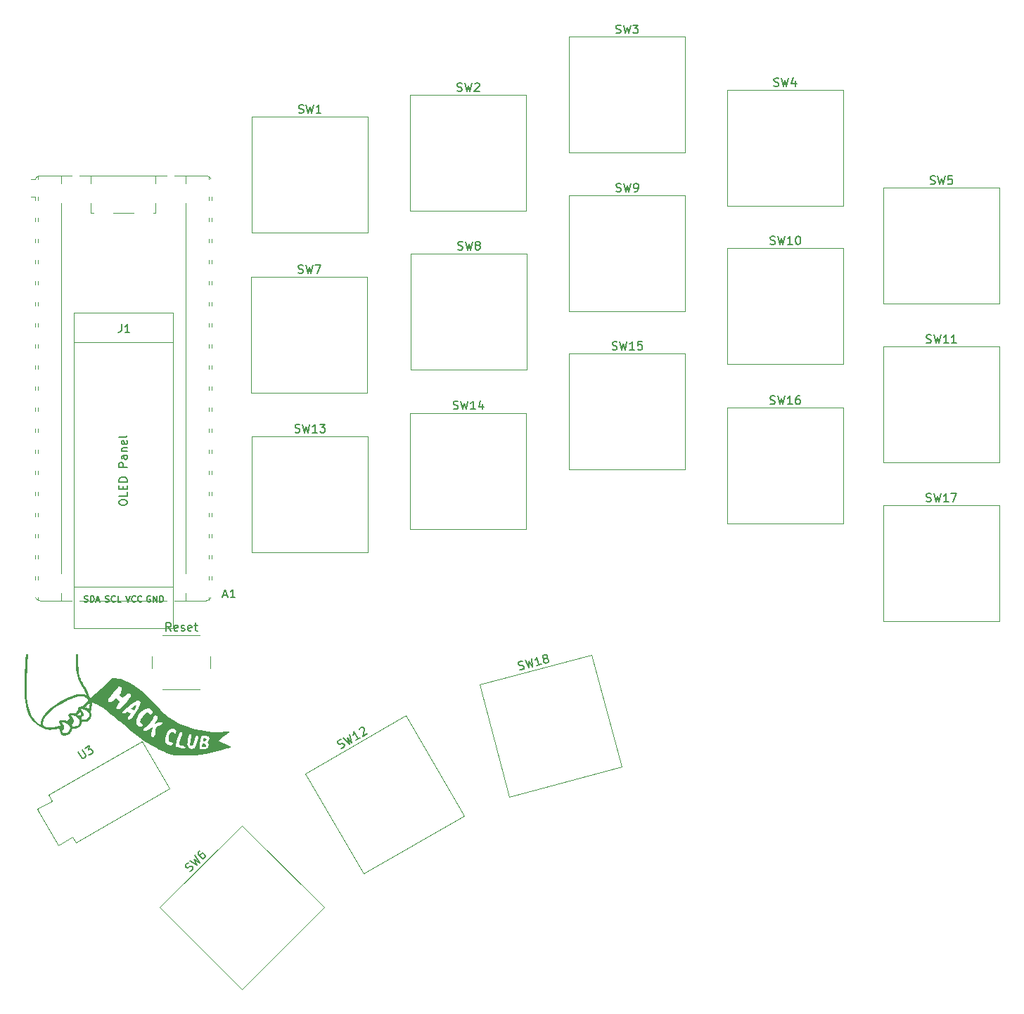
<source format=gbr>
%TF.GenerationSoftware,KiCad,Pcbnew,9.0.2-9.0.2-0~ubuntu24.04.1*%
%TF.CreationDate,2025-07-03T20:15:33-04:00*%
%TF.ProjectId,custom_Hackboard,63757374-6f6d-45f4-9861-636b626f6172,rev?*%
%TF.SameCoordinates,Original*%
%TF.FileFunction,Legend,Top*%
%TF.FilePolarity,Positive*%
%FSLAX46Y46*%
G04 Gerber Fmt 4.6, Leading zero omitted, Abs format (unit mm)*
G04 Created by KiCad (PCBNEW 9.0.2-9.0.2-0~ubuntu24.04.1) date 2025-07-03 20:15:33*
%MOMM*%
%LPD*%
G01*
G04 APERTURE LIST*
%ADD10C,0.300000*%
%ADD11C,0.150000*%
%ADD12C,0.000000*%
%ADD13C,0.120000*%
%ADD14C,0.040000*%
G04 APERTURE END LIST*
D10*
D11*
X474770476Y-290833200D02*
X474913333Y-290880819D01*
X474913333Y-290880819D02*
X475151428Y-290880819D01*
X475151428Y-290880819D02*
X475246666Y-290833200D01*
X475246666Y-290833200D02*
X475294285Y-290785580D01*
X475294285Y-290785580D02*
X475341904Y-290690342D01*
X475341904Y-290690342D02*
X475341904Y-290595104D01*
X475341904Y-290595104D02*
X475294285Y-290499866D01*
X475294285Y-290499866D02*
X475246666Y-290452247D01*
X475246666Y-290452247D02*
X475151428Y-290404628D01*
X475151428Y-290404628D02*
X474960952Y-290357009D01*
X474960952Y-290357009D02*
X474865714Y-290309390D01*
X474865714Y-290309390D02*
X474818095Y-290261771D01*
X474818095Y-290261771D02*
X474770476Y-290166533D01*
X474770476Y-290166533D02*
X474770476Y-290071295D01*
X474770476Y-290071295D02*
X474818095Y-289976057D01*
X474818095Y-289976057D02*
X474865714Y-289928438D01*
X474865714Y-289928438D02*
X474960952Y-289880819D01*
X474960952Y-289880819D02*
X475199047Y-289880819D01*
X475199047Y-289880819D02*
X475341904Y-289928438D01*
X475675238Y-289880819D02*
X475913333Y-290880819D01*
X475913333Y-290880819D02*
X476103809Y-290166533D01*
X476103809Y-290166533D02*
X476294285Y-290880819D01*
X476294285Y-290880819D02*
X476532381Y-289880819D01*
X477437142Y-290880819D02*
X476865714Y-290880819D01*
X477151428Y-290880819D02*
X477151428Y-289880819D01*
X477151428Y-289880819D02*
X477056190Y-290023676D01*
X477056190Y-290023676D02*
X476960952Y-290118914D01*
X476960952Y-290118914D02*
X476865714Y-290166533D01*
X477770476Y-289880819D02*
X478389523Y-289880819D01*
X478389523Y-289880819D02*
X478056190Y-290261771D01*
X478056190Y-290261771D02*
X478199047Y-290261771D01*
X478199047Y-290261771D02*
X478294285Y-290309390D01*
X478294285Y-290309390D02*
X478341904Y-290357009D01*
X478341904Y-290357009D02*
X478389523Y-290452247D01*
X478389523Y-290452247D02*
X478389523Y-290690342D01*
X478389523Y-290690342D02*
X478341904Y-290785580D01*
X478341904Y-290785580D02*
X478294285Y-290833200D01*
X478294285Y-290833200D02*
X478199047Y-290880819D01*
X478199047Y-290880819D02*
X477913333Y-290880819D01*
X477913333Y-290880819D02*
X477818095Y-290833200D01*
X477818095Y-290833200D02*
X477770476Y-290785580D01*
X475166667Y-271633200D02*
X475309524Y-271680819D01*
X475309524Y-271680819D02*
X475547619Y-271680819D01*
X475547619Y-271680819D02*
X475642857Y-271633200D01*
X475642857Y-271633200D02*
X475690476Y-271585580D01*
X475690476Y-271585580D02*
X475738095Y-271490342D01*
X475738095Y-271490342D02*
X475738095Y-271395104D01*
X475738095Y-271395104D02*
X475690476Y-271299866D01*
X475690476Y-271299866D02*
X475642857Y-271252247D01*
X475642857Y-271252247D02*
X475547619Y-271204628D01*
X475547619Y-271204628D02*
X475357143Y-271157009D01*
X475357143Y-271157009D02*
X475261905Y-271109390D01*
X475261905Y-271109390D02*
X475214286Y-271061771D01*
X475214286Y-271061771D02*
X475166667Y-270966533D01*
X475166667Y-270966533D02*
X475166667Y-270871295D01*
X475166667Y-270871295D02*
X475214286Y-270776057D01*
X475214286Y-270776057D02*
X475261905Y-270728438D01*
X475261905Y-270728438D02*
X475357143Y-270680819D01*
X475357143Y-270680819D02*
X475595238Y-270680819D01*
X475595238Y-270680819D02*
X475738095Y-270728438D01*
X476071429Y-270680819D02*
X476309524Y-271680819D01*
X476309524Y-271680819D02*
X476500000Y-270966533D01*
X476500000Y-270966533D02*
X476690476Y-271680819D01*
X476690476Y-271680819D02*
X476928572Y-270680819D01*
X477214286Y-270680819D02*
X477880952Y-270680819D01*
X477880952Y-270680819D02*
X477452381Y-271680819D01*
X532426667Y-249113200D02*
X532569524Y-249160819D01*
X532569524Y-249160819D02*
X532807619Y-249160819D01*
X532807619Y-249160819D02*
X532902857Y-249113200D01*
X532902857Y-249113200D02*
X532950476Y-249065580D01*
X532950476Y-249065580D02*
X532998095Y-248970342D01*
X532998095Y-248970342D02*
X532998095Y-248875104D01*
X532998095Y-248875104D02*
X532950476Y-248779866D01*
X532950476Y-248779866D02*
X532902857Y-248732247D01*
X532902857Y-248732247D02*
X532807619Y-248684628D01*
X532807619Y-248684628D02*
X532617143Y-248637009D01*
X532617143Y-248637009D02*
X532521905Y-248589390D01*
X532521905Y-248589390D02*
X532474286Y-248541771D01*
X532474286Y-248541771D02*
X532426667Y-248446533D01*
X532426667Y-248446533D02*
X532426667Y-248351295D01*
X532426667Y-248351295D02*
X532474286Y-248256057D01*
X532474286Y-248256057D02*
X532521905Y-248208438D01*
X532521905Y-248208438D02*
X532617143Y-248160819D01*
X532617143Y-248160819D02*
X532855238Y-248160819D01*
X532855238Y-248160819D02*
X532998095Y-248208438D01*
X533331429Y-248160819D02*
X533569524Y-249160819D01*
X533569524Y-249160819D02*
X533760000Y-248446533D01*
X533760000Y-248446533D02*
X533950476Y-249160819D01*
X533950476Y-249160819D02*
X534188572Y-248160819D01*
X534998095Y-248494152D02*
X534998095Y-249160819D01*
X534760000Y-248113200D02*
X534521905Y-248827485D01*
X534521905Y-248827485D02*
X535140952Y-248827485D01*
X550760476Y-299163200D02*
X550903333Y-299210819D01*
X550903333Y-299210819D02*
X551141428Y-299210819D01*
X551141428Y-299210819D02*
X551236666Y-299163200D01*
X551236666Y-299163200D02*
X551284285Y-299115580D01*
X551284285Y-299115580D02*
X551331904Y-299020342D01*
X551331904Y-299020342D02*
X551331904Y-298925104D01*
X551331904Y-298925104D02*
X551284285Y-298829866D01*
X551284285Y-298829866D02*
X551236666Y-298782247D01*
X551236666Y-298782247D02*
X551141428Y-298734628D01*
X551141428Y-298734628D02*
X550950952Y-298687009D01*
X550950952Y-298687009D02*
X550855714Y-298639390D01*
X550855714Y-298639390D02*
X550808095Y-298591771D01*
X550808095Y-298591771D02*
X550760476Y-298496533D01*
X550760476Y-298496533D02*
X550760476Y-298401295D01*
X550760476Y-298401295D02*
X550808095Y-298306057D01*
X550808095Y-298306057D02*
X550855714Y-298258438D01*
X550855714Y-298258438D02*
X550950952Y-298210819D01*
X550950952Y-298210819D02*
X551189047Y-298210819D01*
X551189047Y-298210819D02*
X551331904Y-298258438D01*
X551665238Y-298210819D02*
X551903333Y-299210819D01*
X551903333Y-299210819D02*
X552093809Y-298496533D01*
X552093809Y-298496533D02*
X552284285Y-299210819D01*
X552284285Y-299210819D02*
X552522381Y-298210819D01*
X553427142Y-299210819D02*
X552855714Y-299210819D01*
X553141428Y-299210819D02*
X553141428Y-298210819D01*
X553141428Y-298210819D02*
X553046190Y-298353676D01*
X553046190Y-298353676D02*
X552950952Y-298448914D01*
X552950952Y-298448914D02*
X552855714Y-298496533D01*
X553760476Y-298210819D02*
X554427142Y-298210819D01*
X554427142Y-298210819D02*
X553998571Y-299210819D01*
X513426667Y-261813200D02*
X513569524Y-261860819D01*
X513569524Y-261860819D02*
X513807619Y-261860819D01*
X513807619Y-261860819D02*
X513902857Y-261813200D01*
X513902857Y-261813200D02*
X513950476Y-261765580D01*
X513950476Y-261765580D02*
X513998095Y-261670342D01*
X513998095Y-261670342D02*
X513998095Y-261575104D01*
X513998095Y-261575104D02*
X513950476Y-261479866D01*
X513950476Y-261479866D02*
X513902857Y-261432247D01*
X513902857Y-261432247D02*
X513807619Y-261384628D01*
X513807619Y-261384628D02*
X513617143Y-261337009D01*
X513617143Y-261337009D02*
X513521905Y-261289390D01*
X513521905Y-261289390D02*
X513474286Y-261241771D01*
X513474286Y-261241771D02*
X513426667Y-261146533D01*
X513426667Y-261146533D02*
X513426667Y-261051295D01*
X513426667Y-261051295D02*
X513474286Y-260956057D01*
X513474286Y-260956057D02*
X513521905Y-260908438D01*
X513521905Y-260908438D02*
X513617143Y-260860819D01*
X513617143Y-260860819D02*
X513855238Y-260860819D01*
X513855238Y-260860819D02*
X513998095Y-260908438D01*
X514331429Y-260860819D02*
X514569524Y-261860819D01*
X514569524Y-261860819D02*
X514760000Y-261146533D01*
X514760000Y-261146533D02*
X514950476Y-261860819D01*
X514950476Y-261860819D02*
X515188572Y-260860819D01*
X515617143Y-261860819D02*
X515807619Y-261860819D01*
X515807619Y-261860819D02*
X515902857Y-261813200D01*
X515902857Y-261813200D02*
X515950476Y-261765580D01*
X515950476Y-261765580D02*
X516045714Y-261622723D01*
X516045714Y-261622723D02*
X516093333Y-261432247D01*
X516093333Y-261432247D02*
X516093333Y-261051295D01*
X516093333Y-261051295D02*
X516045714Y-260956057D01*
X516045714Y-260956057D02*
X515998095Y-260908438D01*
X515998095Y-260908438D02*
X515902857Y-260860819D01*
X515902857Y-260860819D02*
X515712381Y-260860819D01*
X515712381Y-260860819D02*
X515617143Y-260908438D01*
X515617143Y-260908438D02*
X515569524Y-260956057D01*
X515569524Y-260956057D02*
X515521905Y-261051295D01*
X515521905Y-261051295D02*
X515521905Y-261289390D01*
X515521905Y-261289390D02*
X515569524Y-261384628D01*
X515569524Y-261384628D02*
X515617143Y-261432247D01*
X515617143Y-261432247D02*
X515712381Y-261479866D01*
X515712381Y-261479866D02*
X515902857Y-261479866D01*
X515902857Y-261479866D02*
X515998095Y-261432247D01*
X515998095Y-261432247D02*
X516045714Y-261384628D01*
X516045714Y-261384628D02*
X516093333Y-261289390D01*
X448640598Y-329369724D02*
X449045360Y-330070793D01*
X449045360Y-330070793D02*
X449134218Y-330129462D01*
X449134218Y-330129462D02*
X449199267Y-330146891D01*
X449199267Y-330146891D02*
X449305555Y-330140512D01*
X449305555Y-330140512D02*
X449470513Y-330045274D01*
X449470513Y-330045274D02*
X449529182Y-329956415D01*
X449529182Y-329956415D02*
X449546611Y-329891366D01*
X449546611Y-329891366D02*
X449540232Y-329785078D01*
X449540232Y-329785078D02*
X449135470Y-329084010D01*
X449465384Y-328893534D02*
X450001495Y-328584010D01*
X450001495Y-328584010D02*
X449903296Y-329080591D01*
X449903296Y-329080591D02*
X450027014Y-329009163D01*
X450027014Y-329009163D02*
X450133302Y-329002783D01*
X450133302Y-329002783D02*
X450198351Y-329020213D01*
X450198351Y-329020213D02*
X450287209Y-329078882D01*
X450287209Y-329078882D02*
X450406257Y-329285078D01*
X450406257Y-329285078D02*
X450412637Y-329391366D01*
X450412637Y-329391366D02*
X450395207Y-329456415D01*
X450395207Y-329456415D02*
X450336538Y-329545274D01*
X450336538Y-329545274D02*
X450089102Y-329688131D01*
X450089102Y-329688131D02*
X449982814Y-329694510D01*
X449982814Y-329694510D02*
X449917765Y-329677081D01*
X513406667Y-242723200D02*
X513549524Y-242770819D01*
X513549524Y-242770819D02*
X513787619Y-242770819D01*
X513787619Y-242770819D02*
X513882857Y-242723200D01*
X513882857Y-242723200D02*
X513930476Y-242675580D01*
X513930476Y-242675580D02*
X513978095Y-242580342D01*
X513978095Y-242580342D02*
X513978095Y-242485104D01*
X513978095Y-242485104D02*
X513930476Y-242389866D01*
X513930476Y-242389866D02*
X513882857Y-242342247D01*
X513882857Y-242342247D02*
X513787619Y-242294628D01*
X513787619Y-242294628D02*
X513597143Y-242247009D01*
X513597143Y-242247009D02*
X513501905Y-242199390D01*
X513501905Y-242199390D02*
X513454286Y-242151771D01*
X513454286Y-242151771D02*
X513406667Y-242056533D01*
X513406667Y-242056533D02*
X513406667Y-241961295D01*
X513406667Y-241961295D02*
X513454286Y-241866057D01*
X513454286Y-241866057D02*
X513501905Y-241818438D01*
X513501905Y-241818438D02*
X513597143Y-241770819D01*
X513597143Y-241770819D02*
X513835238Y-241770819D01*
X513835238Y-241770819D02*
X513978095Y-241818438D01*
X514311429Y-241770819D02*
X514549524Y-242770819D01*
X514549524Y-242770819D02*
X514740000Y-242056533D01*
X514740000Y-242056533D02*
X514930476Y-242770819D01*
X514930476Y-242770819D02*
X515168572Y-241770819D01*
X515454286Y-241770819D02*
X516073333Y-241770819D01*
X516073333Y-241770819D02*
X515740000Y-242151771D01*
X515740000Y-242151771D02*
X515882857Y-242151771D01*
X515882857Y-242151771D02*
X515978095Y-242199390D01*
X515978095Y-242199390D02*
X516025714Y-242247009D01*
X516025714Y-242247009D02*
X516073333Y-242342247D01*
X516073333Y-242342247D02*
X516073333Y-242580342D01*
X516073333Y-242580342D02*
X516025714Y-242675580D01*
X516025714Y-242675580D02*
X515978095Y-242723200D01*
X515978095Y-242723200D02*
X515882857Y-242770819D01*
X515882857Y-242770819D02*
X515597143Y-242770819D01*
X515597143Y-242770819D02*
X515501905Y-242723200D01*
X515501905Y-242723200D02*
X515454286Y-242675580D01*
X512960476Y-280863200D02*
X513103333Y-280910819D01*
X513103333Y-280910819D02*
X513341428Y-280910819D01*
X513341428Y-280910819D02*
X513436666Y-280863200D01*
X513436666Y-280863200D02*
X513484285Y-280815580D01*
X513484285Y-280815580D02*
X513531904Y-280720342D01*
X513531904Y-280720342D02*
X513531904Y-280625104D01*
X513531904Y-280625104D02*
X513484285Y-280529866D01*
X513484285Y-280529866D02*
X513436666Y-280482247D01*
X513436666Y-280482247D02*
X513341428Y-280434628D01*
X513341428Y-280434628D02*
X513150952Y-280387009D01*
X513150952Y-280387009D02*
X513055714Y-280339390D01*
X513055714Y-280339390D02*
X513008095Y-280291771D01*
X513008095Y-280291771D02*
X512960476Y-280196533D01*
X512960476Y-280196533D02*
X512960476Y-280101295D01*
X512960476Y-280101295D02*
X513008095Y-280006057D01*
X513008095Y-280006057D02*
X513055714Y-279958438D01*
X513055714Y-279958438D02*
X513150952Y-279910819D01*
X513150952Y-279910819D02*
X513389047Y-279910819D01*
X513389047Y-279910819D02*
X513531904Y-279958438D01*
X513865238Y-279910819D02*
X514103333Y-280910819D01*
X514103333Y-280910819D02*
X514293809Y-280196533D01*
X514293809Y-280196533D02*
X514484285Y-280910819D01*
X514484285Y-280910819D02*
X514722381Y-279910819D01*
X515627142Y-280910819D02*
X515055714Y-280910819D01*
X515341428Y-280910819D02*
X515341428Y-279910819D01*
X515341428Y-279910819D02*
X515246190Y-280053676D01*
X515246190Y-280053676D02*
X515150952Y-280148914D01*
X515150952Y-280148914D02*
X515055714Y-280196533D01*
X516531904Y-279910819D02*
X516055714Y-279910819D01*
X516055714Y-279910819D02*
X516008095Y-280387009D01*
X516008095Y-280387009D02*
X516055714Y-280339390D01*
X516055714Y-280339390D02*
X516150952Y-280291771D01*
X516150952Y-280291771D02*
X516389047Y-280291771D01*
X516389047Y-280291771D02*
X516484285Y-280339390D01*
X516484285Y-280339390D02*
X516531904Y-280387009D01*
X516531904Y-280387009D02*
X516579523Y-280482247D01*
X516579523Y-280482247D02*
X516579523Y-280720342D01*
X516579523Y-280720342D02*
X516531904Y-280815580D01*
X516531904Y-280815580D02*
X516484285Y-280863200D01*
X516484285Y-280863200D02*
X516389047Y-280910819D01*
X516389047Y-280910819D02*
X516150952Y-280910819D01*
X516150952Y-280910819D02*
X516055714Y-280863200D01*
X516055714Y-280863200D02*
X516008095Y-280815580D01*
X493820476Y-288033200D02*
X493963333Y-288080819D01*
X493963333Y-288080819D02*
X494201428Y-288080819D01*
X494201428Y-288080819D02*
X494296666Y-288033200D01*
X494296666Y-288033200D02*
X494344285Y-287985580D01*
X494344285Y-287985580D02*
X494391904Y-287890342D01*
X494391904Y-287890342D02*
X494391904Y-287795104D01*
X494391904Y-287795104D02*
X494344285Y-287699866D01*
X494344285Y-287699866D02*
X494296666Y-287652247D01*
X494296666Y-287652247D02*
X494201428Y-287604628D01*
X494201428Y-287604628D02*
X494010952Y-287557009D01*
X494010952Y-287557009D02*
X493915714Y-287509390D01*
X493915714Y-287509390D02*
X493868095Y-287461771D01*
X493868095Y-287461771D02*
X493820476Y-287366533D01*
X493820476Y-287366533D02*
X493820476Y-287271295D01*
X493820476Y-287271295D02*
X493868095Y-287176057D01*
X493868095Y-287176057D02*
X493915714Y-287128438D01*
X493915714Y-287128438D02*
X494010952Y-287080819D01*
X494010952Y-287080819D02*
X494249047Y-287080819D01*
X494249047Y-287080819D02*
X494391904Y-287128438D01*
X494725238Y-287080819D02*
X494963333Y-288080819D01*
X494963333Y-288080819D02*
X495153809Y-287366533D01*
X495153809Y-287366533D02*
X495344285Y-288080819D01*
X495344285Y-288080819D02*
X495582381Y-287080819D01*
X496487142Y-288080819D02*
X495915714Y-288080819D01*
X496201428Y-288080819D02*
X496201428Y-287080819D01*
X496201428Y-287080819D02*
X496106190Y-287223676D01*
X496106190Y-287223676D02*
X496010952Y-287318914D01*
X496010952Y-287318914D02*
X495915714Y-287366533D01*
X497344285Y-287414152D02*
X497344285Y-288080819D01*
X497106190Y-287033200D02*
X496868095Y-287747485D01*
X496868095Y-287747485D02*
X497487142Y-287747485D01*
X462147419Y-343753034D02*
X462282106Y-343685691D01*
X462282106Y-343685691D02*
X462450464Y-343517332D01*
X462450464Y-343517332D02*
X462484136Y-343416317D01*
X462484136Y-343416317D02*
X462484136Y-343348973D01*
X462484136Y-343348973D02*
X462450464Y-343247958D01*
X462450464Y-343247958D02*
X462383121Y-343180614D01*
X462383121Y-343180614D02*
X462282106Y-343146943D01*
X462282106Y-343146943D02*
X462214762Y-343146943D01*
X462214762Y-343146943D02*
X462113747Y-343180614D01*
X462113747Y-343180614D02*
X461945388Y-343281630D01*
X461945388Y-343281630D02*
X461844373Y-343315301D01*
X461844373Y-343315301D02*
X461777029Y-343315301D01*
X461777029Y-343315301D02*
X461676014Y-343281630D01*
X461676014Y-343281630D02*
X461608671Y-343214286D01*
X461608671Y-343214286D02*
X461574999Y-343113271D01*
X461574999Y-343113271D02*
X461574999Y-343045927D01*
X461574999Y-343045927D02*
X461608671Y-342944912D01*
X461608671Y-342944912D02*
X461777029Y-342776553D01*
X461777029Y-342776553D02*
X461911716Y-342709210D01*
X462113747Y-342439836D02*
X462989213Y-342978584D01*
X462989213Y-342978584D02*
X462618823Y-342338820D01*
X462618823Y-342338820D02*
X463258587Y-342709210D01*
X463258587Y-342709210D02*
X462719839Y-341833744D01*
X463292258Y-341261325D02*
X463157571Y-341396012D01*
X463157571Y-341396012D02*
X463123899Y-341497027D01*
X463123899Y-341497027D02*
X463123899Y-341564370D01*
X463123899Y-341564370D02*
X463157571Y-341732729D01*
X463157571Y-341732729D02*
X463258586Y-341901088D01*
X463258586Y-341901088D02*
X463527960Y-342170462D01*
X463527960Y-342170462D02*
X463628976Y-342204134D01*
X463628976Y-342204134D02*
X463696319Y-342204134D01*
X463696319Y-342204134D02*
X463797334Y-342170462D01*
X463797334Y-342170462D02*
X463932021Y-342035775D01*
X463932021Y-342035775D02*
X463965693Y-341934760D01*
X463965693Y-341934760D02*
X463965693Y-341867416D01*
X463965693Y-341867416D02*
X463932021Y-341766401D01*
X463932021Y-341766401D02*
X463763663Y-341598042D01*
X463763663Y-341598042D02*
X463662647Y-341564370D01*
X463662647Y-341564370D02*
X463595304Y-341564370D01*
X463595304Y-341564370D02*
X463494289Y-341598042D01*
X463494289Y-341598042D02*
X463359602Y-341732729D01*
X463359602Y-341732729D02*
X463325930Y-341833744D01*
X463325930Y-341833744D02*
X463325930Y-341901088D01*
X463325930Y-341901088D02*
X463359602Y-342002103D01*
X459831904Y-314774819D02*
X459498571Y-314298628D01*
X459260476Y-314774819D02*
X459260476Y-313774819D01*
X459260476Y-313774819D02*
X459641428Y-313774819D01*
X459641428Y-313774819D02*
X459736666Y-313822438D01*
X459736666Y-313822438D02*
X459784285Y-313870057D01*
X459784285Y-313870057D02*
X459831904Y-313965295D01*
X459831904Y-313965295D02*
X459831904Y-314108152D01*
X459831904Y-314108152D02*
X459784285Y-314203390D01*
X459784285Y-314203390D02*
X459736666Y-314251009D01*
X459736666Y-314251009D02*
X459641428Y-314298628D01*
X459641428Y-314298628D02*
X459260476Y-314298628D01*
X460641428Y-314727200D02*
X460546190Y-314774819D01*
X460546190Y-314774819D02*
X460355714Y-314774819D01*
X460355714Y-314774819D02*
X460260476Y-314727200D01*
X460260476Y-314727200D02*
X460212857Y-314631961D01*
X460212857Y-314631961D02*
X460212857Y-314251009D01*
X460212857Y-314251009D02*
X460260476Y-314155771D01*
X460260476Y-314155771D02*
X460355714Y-314108152D01*
X460355714Y-314108152D02*
X460546190Y-314108152D01*
X460546190Y-314108152D02*
X460641428Y-314155771D01*
X460641428Y-314155771D02*
X460689047Y-314251009D01*
X460689047Y-314251009D02*
X460689047Y-314346247D01*
X460689047Y-314346247D02*
X460212857Y-314441485D01*
X461070000Y-314727200D02*
X461165238Y-314774819D01*
X461165238Y-314774819D02*
X461355714Y-314774819D01*
X461355714Y-314774819D02*
X461450952Y-314727200D01*
X461450952Y-314727200D02*
X461498571Y-314631961D01*
X461498571Y-314631961D02*
X461498571Y-314584342D01*
X461498571Y-314584342D02*
X461450952Y-314489104D01*
X461450952Y-314489104D02*
X461355714Y-314441485D01*
X461355714Y-314441485D02*
X461212857Y-314441485D01*
X461212857Y-314441485D02*
X461117619Y-314393866D01*
X461117619Y-314393866D02*
X461070000Y-314298628D01*
X461070000Y-314298628D02*
X461070000Y-314251009D01*
X461070000Y-314251009D02*
X461117619Y-314155771D01*
X461117619Y-314155771D02*
X461212857Y-314108152D01*
X461212857Y-314108152D02*
X461355714Y-314108152D01*
X461355714Y-314108152D02*
X461450952Y-314155771D01*
X462308095Y-314727200D02*
X462212857Y-314774819D01*
X462212857Y-314774819D02*
X462022381Y-314774819D01*
X462022381Y-314774819D02*
X461927143Y-314727200D01*
X461927143Y-314727200D02*
X461879524Y-314631961D01*
X461879524Y-314631961D02*
X461879524Y-314251009D01*
X461879524Y-314251009D02*
X461927143Y-314155771D01*
X461927143Y-314155771D02*
X462022381Y-314108152D01*
X462022381Y-314108152D02*
X462212857Y-314108152D01*
X462212857Y-314108152D02*
X462308095Y-314155771D01*
X462308095Y-314155771D02*
X462355714Y-314251009D01*
X462355714Y-314251009D02*
X462355714Y-314346247D01*
X462355714Y-314346247D02*
X461879524Y-314441485D01*
X462641429Y-314108152D02*
X463022381Y-314108152D01*
X462784286Y-313774819D02*
X462784286Y-314631961D01*
X462784286Y-314631961D02*
X462831905Y-314727200D01*
X462831905Y-314727200D02*
X462927143Y-314774819D01*
X462927143Y-314774819D02*
X463022381Y-314774819D01*
X494306667Y-249723200D02*
X494449524Y-249770819D01*
X494449524Y-249770819D02*
X494687619Y-249770819D01*
X494687619Y-249770819D02*
X494782857Y-249723200D01*
X494782857Y-249723200D02*
X494830476Y-249675580D01*
X494830476Y-249675580D02*
X494878095Y-249580342D01*
X494878095Y-249580342D02*
X494878095Y-249485104D01*
X494878095Y-249485104D02*
X494830476Y-249389866D01*
X494830476Y-249389866D02*
X494782857Y-249342247D01*
X494782857Y-249342247D02*
X494687619Y-249294628D01*
X494687619Y-249294628D02*
X494497143Y-249247009D01*
X494497143Y-249247009D02*
X494401905Y-249199390D01*
X494401905Y-249199390D02*
X494354286Y-249151771D01*
X494354286Y-249151771D02*
X494306667Y-249056533D01*
X494306667Y-249056533D02*
X494306667Y-248961295D01*
X494306667Y-248961295D02*
X494354286Y-248866057D01*
X494354286Y-248866057D02*
X494401905Y-248818438D01*
X494401905Y-248818438D02*
X494497143Y-248770819D01*
X494497143Y-248770819D02*
X494735238Y-248770819D01*
X494735238Y-248770819D02*
X494878095Y-248818438D01*
X495211429Y-248770819D02*
X495449524Y-249770819D01*
X495449524Y-249770819D02*
X495640000Y-249056533D01*
X495640000Y-249056533D02*
X495830476Y-249770819D01*
X495830476Y-249770819D02*
X496068572Y-248770819D01*
X496401905Y-248866057D02*
X496449524Y-248818438D01*
X496449524Y-248818438D02*
X496544762Y-248770819D01*
X496544762Y-248770819D02*
X496782857Y-248770819D01*
X496782857Y-248770819D02*
X496878095Y-248818438D01*
X496878095Y-248818438D02*
X496925714Y-248866057D01*
X496925714Y-248866057D02*
X496973333Y-248961295D01*
X496973333Y-248961295D02*
X496973333Y-249056533D01*
X496973333Y-249056533D02*
X496925714Y-249199390D01*
X496925714Y-249199390D02*
X496354286Y-249770819D01*
X496354286Y-249770819D02*
X496973333Y-249770819D01*
X550760476Y-280053200D02*
X550903333Y-280100819D01*
X550903333Y-280100819D02*
X551141428Y-280100819D01*
X551141428Y-280100819D02*
X551236666Y-280053200D01*
X551236666Y-280053200D02*
X551284285Y-280005580D01*
X551284285Y-280005580D02*
X551331904Y-279910342D01*
X551331904Y-279910342D02*
X551331904Y-279815104D01*
X551331904Y-279815104D02*
X551284285Y-279719866D01*
X551284285Y-279719866D02*
X551236666Y-279672247D01*
X551236666Y-279672247D02*
X551141428Y-279624628D01*
X551141428Y-279624628D02*
X550950952Y-279577009D01*
X550950952Y-279577009D02*
X550855714Y-279529390D01*
X550855714Y-279529390D02*
X550808095Y-279481771D01*
X550808095Y-279481771D02*
X550760476Y-279386533D01*
X550760476Y-279386533D02*
X550760476Y-279291295D01*
X550760476Y-279291295D02*
X550808095Y-279196057D01*
X550808095Y-279196057D02*
X550855714Y-279148438D01*
X550855714Y-279148438D02*
X550950952Y-279100819D01*
X550950952Y-279100819D02*
X551189047Y-279100819D01*
X551189047Y-279100819D02*
X551331904Y-279148438D01*
X551665238Y-279100819D02*
X551903333Y-280100819D01*
X551903333Y-280100819D02*
X552093809Y-279386533D01*
X552093809Y-279386533D02*
X552284285Y-280100819D01*
X552284285Y-280100819D02*
X552522381Y-279100819D01*
X553427142Y-280100819D02*
X552855714Y-280100819D01*
X553141428Y-280100819D02*
X553141428Y-279100819D01*
X553141428Y-279100819D02*
X553046190Y-279243676D01*
X553046190Y-279243676D02*
X552950952Y-279338914D01*
X552950952Y-279338914D02*
X552855714Y-279386533D01*
X554379523Y-280100819D02*
X553808095Y-280100819D01*
X554093809Y-280100819D02*
X554093809Y-279100819D01*
X554093809Y-279100819D02*
X553998571Y-279243676D01*
X553998571Y-279243676D02*
X553903333Y-279338914D01*
X553903333Y-279338914D02*
X553808095Y-279386533D01*
X466126660Y-310474104D02*
X466602850Y-310474104D01*
X466031422Y-310759819D02*
X466364755Y-309759819D01*
X466364755Y-309759819D02*
X466698088Y-310759819D01*
X467555231Y-310759819D02*
X466983803Y-310759819D01*
X467269517Y-310759819D02*
X467269517Y-309759819D01*
X467269517Y-309759819D02*
X467174279Y-309902676D01*
X467174279Y-309902676D02*
X467079041Y-309997914D01*
X467079041Y-309997914D02*
X466983803Y-310045533D01*
X475216667Y-252333200D02*
X475359524Y-252380819D01*
X475359524Y-252380819D02*
X475597619Y-252380819D01*
X475597619Y-252380819D02*
X475692857Y-252333200D01*
X475692857Y-252333200D02*
X475740476Y-252285580D01*
X475740476Y-252285580D02*
X475788095Y-252190342D01*
X475788095Y-252190342D02*
X475788095Y-252095104D01*
X475788095Y-252095104D02*
X475740476Y-251999866D01*
X475740476Y-251999866D02*
X475692857Y-251952247D01*
X475692857Y-251952247D02*
X475597619Y-251904628D01*
X475597619Y-251904628D02*
X475407143Y-251857009D01*
X475407143Y-251857009D02*
X475311905Y-251809390D01*
X475311905Y-251809390D02*
X475264286Y-251761771D01*
X475264286Y-251761771D02*
X475216667Y-251666533D01*
X475216667Y-251666533D02*
X475216667Y-251571295D01*
X475216667Y-251571295D02*
X475264286Y-251476057D01*
X475264286Y-251476057D02*
X475311905Y-251428438D01*
X475311905Y-251428438D02*
X475407143Y-251380819D01*
X475407143Y-251380819D02*
X475645238Y-251380819D01*
X475645238Y-251380819D02*
X475788095Y-251428438D01*
X476121429Y-251380819D02*
X476359524Y-252380819D01*
X476359524Y-252380819D02*
X476550000Y-251666533D01*
X476550000Y-251666533D02*
X476740476Y-252380819D01*
X476740476Y-252380819D02*
X476978572Y-251380819D01*
X477883333Y-252380819D02*
X477311905Y-252380819D01*
X477597619Y-252380819D02*
X477597619Y-251380819D01*
X477597619Y-251380819D02*
X477502381Y-251523676D01*
X477502381Y-251523676D02*
X477407143Y-251618914D01*
X477407143Y-251618914D02*
X477311905Y-251666533D01*
X551246667Y-260913200D02*
X551389524Y-260960819D01*
X551389524Y-260960819D02*
X551627619Y-260960819D01*
X551627619Y-260960819D02*
X551722857Y-260913200D01*
X551722857Y-260913200D02*
X551770476Y-260865580D01*
X551770476Y-260865580D02*
X551818095Y-260770342D01*
X551818095Y-260770342D02*
X551818095Y-260675104D01*
X551818095Y-260675104D02*
X551770476Y-260579866D01*
X551770476Y-260579866D02*
X551722857Y-260532247D01*
X551722857Y-260532247D02*
X551627619Y-260484628D01*
X551627619Y-260484628D02*
X551437143Y-260437009D01*
X551437143Y-260437009D02*
X551341905Y-260389390D01*
X551341905Y-260389390D02*
X551294286Y-260341771D01*
X551294286Y-260341771D02*
X551246667Y-260246533D01*
X551246667Y-260246533D02*
X551246667Y-260151295D01*
X551246667Y-260151295D02*
X551294286Y-260056057D01*
X551294286Y-260056057D02*
X551341905Y-260008438D01*
X551341905Y-260008438D02*
X551437143Y-259960819D01*
X551437143Y-259960819D02*
X551675238Y-259960819D01*
X551675238Y-259960819D02*
X551818095Y-260008438D01*
X552151429Y-259960819D02*
X552389524Y-260960819D01*
X552389524Y-260960819D02*
X552580000Y-260246533D01*
X552580000Y-260246533D02*
X552770476Y-260960819D01*
X552770476Y-260960819D02*
X553008572Y-259960819D01*
X553865714Y-259960819D02*
X553389524Y-259960819D01*
X553389524Y-259960819D02*
X553341905Y-260437009D01*
X553341905Y-260437009D02*
X553389524Y-260389390D01*
X553389524Y-260389390D02*
X553484762Y-260341771D01*
X553484762Y-260341771D02*
X553722857Y-260341771D01*
X553722857Y-260341771D02*
X553818095Y-260389390D01*
X553818095Y-260389390D02*
X553865714Y-260437009D01*
X553865714Y-260437009D02*
X553913333Y-260532247D01*
X553913333Y-260532247D02*
X553913333Y-260770342D01*
X553913333Y-260770342D02*
X553865714Y-260865580D01*
X553865714Y-260865580D02*
X553818095Y-260913200D01*
X553818095Y-260913200D02*
X553722857Y-260960819D01*
X553722857Y-260960819D02*
X553484762Y-260960819D01*
X553484762Y-260960819D02*
X553389524Y-260913200D01*
X553389524Y-260913200D02*
X553341905Y-260865580D01*
X453866668Y-277814819D02*
X453866668Y-278529104D01*
X453866668Y-278529104D02*
X453819049Y-278671961D01*
X453819049Y-278671961D02*
X453723811Y-278767200D01*
X453723811Y-278767200D02*
X453580954Y-278814819D01*
X453580954Y-278814819D02*
X453485716Y-278814819D01*
X454866668Y-278814819D02*
X454295240Y-278814819D01*
X454580954Y-278814819D02*
X454580954Y-277814819D01*
X454580954Y-277814819D02*
X454485716Y-277957676D01*
X454485716Y-277957676D02*
X454390478Y-278052914D01*
X454390478Y-278052914D02*
X454295240Y-278100533D01*
X453564817Y-299388572D02*
X453564817Y-299198096D01*
X453564817Y-299198096D02*
X453612436Y-299102858D01*
X453612436Y-299102858D02*
X453707674Y-299007620D01*
X453707674Y-299007620D02*
X453898150Y-298960001D01*
X453898150Y-298960001D02*
X454231483Y-298960001D01*
X454231483Y-298960001D02*
X454421959Y-299007620D01*
X454421959Y-299007620D02*
X454517198Y-299102858D01*
X454517198Y-299102858D02*
X454564817Y-299198096D01*
X454564817Y-299198096D02*
X454564817Y-299388572D01*
X454564817Y-299388572D02*
X454517198Y-299483810D01*
X454517198Y-299483810D02*
X454421959Y-299579048D01*
X454421959Y-299579048D02*
X454231483Y-299626667D01*
X454231483Y-299626667D02*
X453898150Y-299626667D01*
X453898150Y-299626667D02*
X453707674Y-299579048D01*
X453707674Y-299579048D02*
X453612436Y-299483810D01*
X453612436Y-299483810D02*
X453564817Y-299388572D01*
X454564817Y-298055239D02*
X454564817Y-298531429D01*
X454564817Y-298531429D02*
X453564817Y-298531429D01*
X454041007Y-297721905D02*
X454041007Y-297388572D01*
X454564817Y-297245715D02*
X454564817Y-297721905D01*
X454564817Y-297721905D02*
X453564817Y-297721905D01*
X453564817Y-297721905D02*
X453564817Y-297245715D01*
X454564817Y-296817143D02*
X453564817Y-296817143D01*
X453564817Y-296817143D02*
X453564817Y-296579048D01*
X453564817Y-296579048D02*
X453612436Y-296436191D01*
X453612436Y-296436191D02*
X453707674Y-296340953D01*
X453707674Y-296340953D02*
X453802912Y-296293334D01*
X453802912Y-296293334D02*
X453993388Y-296245715D01*
X453993388Y-296245715D02*
X454136245Y-296245715D01*
X454136245Y-296245715D02*
X454326721Y-296293334D01*
X454326721Y-296293334D02*
X454421959Y-296340953D01*
X454421959Y-296340953D02*
X454517198Y-296436191D01*
X454517198Y-296436191D02*
X454564817Y-296579048D01*
X454564817Y-296579048D02*
X454564817Y-296817143D01*
X454564817Y-295055238D02*
X453564817Y-295055238D01*
X453564817Y-295055238D02*
X453564817Y-294674286D01*
X453564817Y-294674286D02*
X453612436Y-294579048D01*
X453612436Y-294579048D02*
X453660055Y-294531429D01*
X453660055Y-294531429D02*
X453755293Y-294483810D01*
X453755293Y-294483810D02*
X453898150Y-294483810D01*
X453898150Y-294483810D02*
X453993388Y-294531429D01*
X453993388Y-294531429D02*
X454041007Y-294579048D01*
X454041007Y-294579048D02*
X454088626Y-294674286D01*
X454088626Y-294674286D02*
X454088626Y-295055238D01*
X454564817Y-293626667D02*
X454041007Y-293626667D01*
X454041007Y-293626667D02*
X453945769Y-293674286D01*
X453945769Y-293674286D02*
X453898150Y-293769524D01*
X453898150Y-293769524D02*
X453898150Y-293960000D01*
X453898150Y-293960000D02*
X453945769Y-294055238D01*
X454517198Y-293626667D02*
X454564817Y-293721905D01*
X454564817Y-293721905D02*
X454564817Y-293960000D01*
X454564817Y-293960000D02*
X454517198Y-294055238D01*
X454517198Y-294055238D02*
X454421959Y-294102857D01*
X454421959Y-294102857D02*
X454326721Y-294102857D01*
X454326721Y-294102857D02*
X454231483Y-294055238D01*
X454231483Y-294055238D02*
X454183864Y-293960000D01*
X454183864Y-293960000D02*
X454183864Y-293721905D01*
X454183864Y-293721905D02*
X454136245Y-293626667D01*
X453898150Y-293150476D02*
X454564817Y-293150476D01*
X453993388Y-293150476D02*
X453945769Y-293102857D01*
X453945769Y-293102857D02*
X453898150Y-293007619D01*
X453898150Y-293007619D02*
X453898150Y-292864762D01*
X453898150Y-292864762D02*
X453945769Y-292769524D01*
X453945769Y-292769524D02*
X454041007Y-292721905D01*
X454041007Y-292721905D02*
X454564817Y-292721905D01*
X454517198Y-291864762D02*
X454564817Y-291960000D01*
X454564817Y-291960000D02*
X454564817Y-292150476D01*
X454564817Y-292150476D02*
X454517198Y-292245714D01*
X454517198Y-292245714D02*
X454421959Y-292293333D01*
X454421959Y-292293333D02*
X454041007Y-292293333D01*
X454041007Y-292293333D02*
X453945769Y-292245714D01*
X453945769Y-292245714D02*
X453898150Y-292150476D01*
X453898150Y-292150476D02*
X453898150Y-291960000D01*
X453898150Y-291960000D02*
X453945769Y-291864762D01*
X453945769Y-291864762D02*
X454041007Y-291817143D01*
X454041007Y-291817143D02*
X454136245Y-291817143D01*
X454136245Y-291817143D02*
X454231483Y-292293333D01*
X454564817Y-291245714D02*
X454517198Y-291340952D01*
X454517198Y-291340952D02*
X454421959Y-291388571D01*
X454421959Y-291388571D02*
X453564817Y-291388571D01*
X457348571Y-310584878D02*
X457277143Y-310549164D01*
X457277143Y-310549164D02*
X457170000Y-310549164D01*
X457170000Y-310549164D02*
X457062857Y-310584878D01*
X457062857Y-310584878D02*
X456991428Y-310656307D01*
X456991428Y-310656307D02*
X456955714Y-310727735D01*
X456955714Y-310727735D02*
X456920000Y-310870592D01*
X456920000Y-310870592D02*
X456920000Y-310977735D01*
X456920000Y-310977735D02*
X456955714Y-311120592D01*
X456955714Y-311120592D02*
X456991428Y-311192021D01*
X456991428Y-311192021D02*
X457062857Y-311263450D01*
X457062857Y-311263450D02*
X457170000Y-311299164D01*
X457170000Y-311299164D02*
X457241428Y-311299164D01*
X457241428Y-311299164D02*
X457348571Y-311263450D01*
X457348571Y-311263450D02*
X457384285Y-311227735D01*
X457384285Y-311227735D02*
X457384285Y-310977735D01*
X457384285Y-310977735D02*
X457241428Y-310977735D01*
X457705714Y-311299164D02*
X457705714Y-310549164D01*
X457705714Y-310549164D02*
X458134285Y-311299164D01*
X458134285Y-311299164D02*
X458134285Y-310549164D01*
X458491428Y-311299164D02*
X458491428Y-310549164D01*
X458491428Y-310549164D02*
X458669999Y-310549164D01*
X458669999Y-310549164D02*
X458777142Y-310584878D01*
X458777142Y-310584878D02*
X458848571Y-310656307D01*
X458848571Y-310656307D02*
X458884285Y-310727735D01*
X458884285Y-310727735D02*
X458919999Y-310870592D01*
X458919999Y-310870592D02*
X458919999Y-310977735D01*
X458919999Y-310977735D02*
X458884285Y-311120592D01*
X458884285Y-311120592D02*
X458848571Y-311192021D01*
X458848571Y-311192021D02*
X458777142Y-311263450D01*
X458777142Y-311263450D02*
X458669999Y-311299164D01*
X458669999Y-311299164D02*
X458491428Y-311299164D01*
X454380000Y-310549164D02*
X454630000Y-311299164D01*
X454630000Y-311299164D02*
X454880000Y-310549164D01*
X455558571Y-311227735D02*
X455522857Y-311263450D01*
X455522857Y-311263450D02*
X455415714Y-311299164D01*
X455415714Y-311299164D02*
X455344286Y-311299164D01*
X455344286Y-311299164D02*
X455237143Y-311263450D01*
X455237143Y-311263450D02*
X455165714Y-311192021D01*
X455165714Y-311192021D02*
X455130000Y-311120592D01*
X455130000Y-311120592D02*
X455094286Y-310977735D01*
X455094286Y-310977735D02*
X455094286Y-310870592D01*
X455094286Y-310870592D02*
X455130000Y-310727735D01*
X455130000Y-310727735D02*
X455165714Y-310656307D01*
X455165714Y-310656307D02*
X455237143Y-310584878D01*
X455237143Y-310584878D02*
X455344286Y-310549164D01*
X455344286Y-310549164D02*
X455415714Y-310549164D01*
X455415714Y-310549164D02*
X455522857Y-310584878D01*
X455522857Y-310584878D02*
X455558571Y-310620592D01*
X456308571Y-311227735D02*
X456272857Y-311263450D01*
X456272857Y-311263450D02*
X456165714Y-311299164D01*
X456165714Y-311299164D02*
X456094286Y-311299164D01*
X456094286Y-311299164D02*
X455987143Y-311263450D01*
X455987143Y-311263450D02*
X455915714Y-311192021D01*
X455915714Y-311192021D02*
X455880000Y-311120592D01*
X455880000Y-311120592D02*
X455844286Y-310977735D01*
X455844286Y-310977735D02*
X455844286Y-310870592D01*
X455844286Y-310870592D02*
X455880000Y-310727735D01*
X455880000Y-310727735D02*
X455915714Y-310656307D01*
X455915714Y-310656307D02*
X455987143Y-310584878D01*
X455987143Y-310584878D02*
X456094286Y-310549164D01*
X456094286Y-310549164D02*
X456165714Y-310549164D01*
X456165714Y-310549164D02*
X456272857Y-310584878D01*
X456272857Y-310584878D02*
X456308571Y-310620592D01*
X451947143Y-311263450D02*
X452054286Y-311299164D01*
X452054286Y-311299164D02*
X452232857Y-311299164D01*
X452232857Y-311299164D02*
X452304286Y-311263450D01*
X452304286Y-311263450D02*
X452340000Y-311227735D01*
X452340000Y-311227735D02*
X452375714Y-311156307D01*
X452375714Y-311156307D02*
X452375714Y-311084878D01*
X452375714Y-311084878D02*
X452340000Y-311013450D01*
X452340000Y-311013450D02*
X452304286Y-310977735D01*
X452304286Y-310977735D02*
X452232857Y-310942021D01*
X452232857Y-310942021D02*
X452090000Y-310906307D01*
X452090000Y-310906307D02*
X452018571Y-310870592D01*
X452018571Y-310870592D02*
X451982857Y-310834878D01*
X451982857Y-310834878D02*
X451947143Y-310763450D01*
X451947143Y-310763450D02*
X451947143Y-310692021D01*
X451947143Y-310692021D02*
X451982857Y-310620592D01*
X451982857Y-310620592D02*
X452018571Y-310584878D01*
X452018571Y-310584878D02*
X452090000Y-310549164D01*
X452090000Y-310549164D02*
X452268571Y-310549164D01*
X452268571Y-310549164D02*
X452375714Y-310584878D01*
X453125714Y-311227735D02*
X453090000Y-311263450D01*
X453090000Y-311263450D02*
X452982857Y-311299164D01*
X452982857Y-311299164D02*
X452911429Y-311299164D01*
X452911429Y-311299164D02*
X452804286Y-311263450D01*
X452804286Y-311263450D02*
X452732857Y-311192021D01*
X452732857Y-311192021D02*
X452697143Y-311120592D01*
X452697143Y-311120592D02*
X452661429Y-310977735D01*
X452661429Y-310977735D02*
X452661429Y-310870592D01*
X452661429Y-310870592D02*
X452697143Y-310727735D01*
X452697143Y-310727735D02*
X452732857Y-310656307D01*
X452732857Y-310656307D02*
X452804286Y-310584878D01*
X452804286Y-310584878D02*
X452911429Y-310549164D01*
X452911429Y-310549164D02*
X452982857Y-310549164D01*
X452982857Y-310549164D02*
X453090000Y-310584878D01*
X453090000Y-310584878D02*
X453125714Y-310620592D01*
X453804286Y-311299164D02*
X453447143Y-311299164D01*
X453447143Y-311299164D02*
X453447143Y-310549164D01*
X449389286Y-311263451D02*
X449496429Y-311299165D01*
X449496429Y-311299165D02*
X449675000Y-311299165D01*
X449675000Y-311299165D02*
X449746429Y-311263451D01*
X449746429Y-311263451D02*
X449782143Y-311227736D01*
X449782143Y-311227736D02*
X449817857Y-311156308D01*
X449817857Y-311156308D02*
X449817857Y-311084879D01*
X449817857Y-311084879D02*
X449782143Y-311013451D01*
X449782143Y-311013451D02*
X449746429Y-310977736D01*
X449746429Y-310977736D02*
X449675000Y-310942022D01*
X449675000Y-310942022D02*
X449532143Y-310906308D01*
X449532143Y-310906308D02*
X449460714Y-310870593D01*
X449460714Y-310870593D02*
X449425000Y-310834879D01*
X449425000Y-310834879D02*
X449389286Y-310763451D01*
X449389286Y-310763451D02*
X449389286Y-310692022D01*
X449389286Y-310692022D02*
X449425000Y-310620593D01*
X449425000Y-310620593D02*
X449460714Y-310584879D01*
X449460714Y-310584879D02*
X449532143Y-310549165D01*
X449532143Y-310549165D02*
X449710714Y-310549165D01*
X449710714Y-310549165D02*
X449817857Y-310584879D01*
X450139286Y-311299165D02*
X450139286Y-310549165D01*
X450139286Y-310549165D02*
X450317857Y-310549165D01*
X450317857Y-310549165D02*
X450425000Y-310584879D01*
X450425000Y-310584879D02*
X450496429Y-310656308D01*
X450496429Y-310656308D02*
X450532143Y-310727736D01*
X450532143Y-310727736D02*
X450567857Y-310870593D01*
X450567857Y-310870593D02*
X450567857Y-310977736D01*
X450567857Y-310977736D02*
X450532143Y-311120593D01*
X450532143Y-311120593D02*
X450496429Y-311192022D01*
X450496429Y-311192022D02*
X450425000Y-311263451D01*
X450425000Y-311263451D02*
X450317857Y-311299165D01*
X450317857Y-311299165D02*
X450139286Y-311299165D01*
X450853572Y-311084879D02*
X451210715Y-311084879D01*
X450782143Y-311299165D02*
X451032143Y-310549165D01*
X451032143Y-310549165D02*
X451282143Y-311299165D01*
X501829636Y-319455966D02*
X501979950Y-319464988D01*
X501979950Y-319464988D02*
X502209932Y-319403364D01*
X502209932Y-319403364D02*
X502289601Y-319332719D01*
X502289601Y-319332719D02*
X502323272Y-319274397D01*
X502323272Y-319274397D02*
X502344619Y-319170080D01*
X502344619Y-319170080D02*
X502319970Y-319078087D01*
X502319970Y-319078087D02*
X502249324Y-318998419D01*
X502249324Y-318998419D02*
X502191003Y-318964747D01*
X502191003Y-318964747D02*
X502086685Y-318943400D01*
X502086685Y-318943400D02*
X501890375Y-318946702D01*
X501890375Y-318946702D02*
X501786057Y-318925355D01*
X501786057Y-318925355D02*
X501727736Y-318891683D01*
X501727736Y-318891683D02*
X501657090Y-318812015D01*
X501657090Y-318812015D02*
X501632440Y-318720022D01*
X501632440Y-318720022D02*
X501653787Y-318615705D01*
X501653787Y-318615705D02*
X501687459Y-318557383D01*
X501687459Y-318557383D02*
X501767127Y-318486737D01*
X501767127Y-318486737D02*
X501997110Y-318425114D01*
X501997110Y-318425114D02*
X502147424Y-318434136D01*
X502457074Y-318301867D02*
X502945876Y-319206169D01*
X502945876Y-319206169D02*
X502944991Y-318466923D01*
X502944991Y-318466923D02*
X503313848Y-319107571D01*
X503313848Y-319107571D02*
X503285011Y-318080022D01*
X504417763Y-318811778D02*
X503865805Y-318959675D01*
X504141784Y-318885726D02*
X503882965Y-317919801D01*
X503882965Y-317919801D02*
X503827946Y-318082439D01*
X503827946Y-318082439D02*
X503760603Y-318199082D01*
X503760603Y-318199082D02*
X503680934Y-318269728D01*
X504821824Y-318111924D02*
X504717506Y-318090577D01*
X504717506Y-318090577D02*
X504659185Y-318056905D01*
X504659185Y-318056905D02*
X504588539Y-317977237D01*
X504588539Y-317977237D02*
X504576214Y-317931240D01*
X504576214Y-317931240D02*
X504597561Y-317826923D01*
X504597561Y-317826923D02*
X504631233Y-317768602D01*
X504631233Y-317768602D02*
X504710901Y-317697956D01*
X504710901Y-317697956D02*
X504894887Y-317648657D01*
X504894887Y-317648657D02*
X504999205Y-317670004D01*
X504999205Y-317670004D02*
X505057526Y-317703676D01*
X505057526Y-317703676D02*
X505128172Y-317783344D01*
X505128172Y-317783344D02*
X505140497Y-317829340D01*
X505140497Y-317829340D02*
X505119150Y-317933658D01*
X505119150Y-317933658D02*
X505085478Y-317991979D01*
X505085478Y-317991979D02*
X505005810Y-318062625D01*
X505005810Y-318062625D02*
X504821824Y-318111924D01*
X504821824Y-318111924D02*
X504742156Y-318182570D01*
X504742156Y-318182570D02*
X504708484Y-318240891D01*
X504708484Y-318240891D02*
X504687137Y-318345209D01*
X504687137Y-318345209D02*
X504736436Y-318529194D01*
X504736436Y-318529194D02*
X504807081Y-318608863D01*
X504807081Y-318608863D02*
X504865403Y-318642534D01*
X504865403Y-318642534D02*
X504969720Y-318663881D01*
X504969720Y-318663881D02*
X505153706Y-318614583D01*
X505153706Y-318614583D02*
X505233374Y-318543937D01*
X505233374Y-318543937D02*
X505267046Y-318485616D01*
X505267046Y-318485616D02*
X505288393Y-318381298D01*
X505288393Y-318381298D02*
X505239094Y-318197312D01*
X505239094Y-318197312D02*
X505168448Y-318117644D01*
X505168448Y-318117644D02*
X505110127Y-318083972D01*
X505110127Y-318083972D02*
X505005810Y-318062625D01*
X531990476Y-268173200D02*
X532133333Y-268220819D01*
X532133333Y-268220819D02*
X532371428Y-268220819D01*
X532371428Y-268220819D02*
X532466666Y-268173200D01*
X532466666Y-268173200D02*
X532514285Y-268125580D01*
X532514285Y-268125580D02*
X532561904Y-268030342D01*
X532561904Y-268030342D02*
X532561904Y-267935104D01*
X532561904Y-267935104D02*
X532514285Y-267839866D01*
X532514285Y-267839866D02*
X532466666Y-267792247D01*
X532466666Y-267792247D02*
X532371428Y-267744628D01*
X532371428Y-267744628D02*
X532180952Y-267697009D01*
X532180952Y-267697009D02*
X532085714Y-267649390D01*
X532085714Y-267649390D02*
X532038095Y-267601771D01*
X532038095Y-267601771D02*
X531990476Y-267506533D01*
X531990476Y-267506533D02*
X531990476Y-267411295D01*
X531990476Y-267411295D02*
X532038095Y-267316057D01*
X532038095Y-267316057D02*
X532085714Y-267268438D01*
X532085714Y-267268438D02*
X532180952Y-267220819D01*
X532180952Y-267220819D02*
X532419047Y-267220819D01*
X532419047Y-267220819D02*
X532561904Y-267268438D01*
X532895238Y-267220819D02*
X533133333Y-268220819D01*
X533133333Y-268220819D02*
X533323809Y-267506533D01*
X533323809Y-267506533D02*
X533514285Y-268220819D01*
X533514285Y-268220819D02*
X533752381Y-267220819D01*
X534657142Y-268220819D02*
X534085714Y-268220819D01*
X534371428Y-268220819D02*
X534371428Y-267220819D01*
X534371428Y-267220819D02*
X534276190Y-267363676D01*
X534276190Y-267363676D02*
X534180952Y-267458914D01*
X534180952Y-267458914D02*
X534085714Y-267506533D01*
X535276190Y-267220819D02*
X535371428Y-267220819D01*
X535371428Y-267220819D02*
X535466666Y-267268438D01*
X535466666Y-267268438D02*
X535514285Y-267316057D01*
X535514285Y-267316057D02*
X535561904Y-267411295D01*
X535561904Y-267411295D02*
X535609523Y-267601771D01*
X535609523Y-267601771D02*
X535609523Y-267839866D01*
X535609523Y-267839866D02*
X535561904Y-268030342D01*
X535561904Y-268030342D02*
X535514285Y-268125580D01*
X535514285Y-268125580D02*
X535466666Y-268173200D01*
X535466666Y-268173200D02*
X535371428Y-268220819D01*
X535371428Y-268220819D02*
X535276190Y-268220819D01*
X535276190Y-268220819D02*
X535180952Y-268173200D01*
X535180952Y-268173200D02*
X535133333Y-268125580D01*
X535133333Y-268125580D02*
X535085714Y-268030342D01*
X535085714Y-268030342D02*
X535038095Y-267839866D01*
X535038095Y-267839866D02*
X535038095Y-267601771D01*
X535038095Y-267601771D02*
X535085714Y-267411295D01*
X535085714Y-267411295D02*
X535133333Y-267316057D01*
X535133333Y-267316057D02*
X535180952Y-267268438D01*
X535180952Y-267268438D02*
X535276190Y-267220819D01*
X494376667Y-268823200D02*
X494519524Y-268870819D01*
X494519524Y-268870819D02*
X494757619Y-268870819D01*
X494757619Y-268870819D02*
X494852857Y-268823200D01*
X494852857Y-268823200D02*
X494900476Y-268775580D01*
X494900476Y-268775580D02*
X494948095Y-268680342D01*
X494948095Y-268680342D02*
X494948095Y-268585104D01*
X494948095Y-268585104D02*
X494900476Y-268489866D01*
X494900476Y-268489866D02*
X494852857Y-268442247D01*
X494852857Y-268442247D02*
X494757619Y-268394628D01*
X494757619Y-268394628D02*
X494567143Y-268347009D01*
X494567143Y-268347009D02*
X494471905Y-268299390D01*
X494471905Y-268299390D02*
X494424286Y-268251771D01*
X494424286Y-268251771D02*
X494376667Y-268156533D01*
X494376667Y-268156533D02*
X494376667Y-268061295D01*
X494376667Y-268061295D02*
X494424286Y-267966057D01*
X494424286Y-267966057D02*
X494471905Y-267918438D01*
X494471905Y-267918438D02*
X494567143Y-267870819D01*
X494567143Y-267870819D02*
X494805238Y-267870819D01*
X494805238Y-267870819D02*
X494948095Y-267918438D01*
X495281429Y-267870819D02*
X495519524Y-268870819D01*
X495519524Y-268870819D02*
X495710000Y-268156533D01*
X495710000Y-268156533D02*
X495900476Y-268870819D01*
X495900476Y-268870819D02*
X496138572Y-267870819D01*
X496662381Y-268299390D02*
X496567143Y-268251771D01*
X496567143Y-268251771D02*
X496519524Y-268204152D01*
X496519524Y-268204152D02*
X496471905Y-268108914D01*
X496471905Y-268108914D02*
X496471905Y-268061295D01*
X496471905Y-268061295D02*
X496519524Y-267966057D01*
X496519524Y-267966057D02*
X496567143Y-267918438D01*
X496567143Y-267918438D02*
X496662381Y-267870819D01*
X496662381Y-267870819D02*
X496852857Y-267870819D01*
X496852857Y-267870819D02*
X496948095Y-267918438D01*
X496948095Y-267918438D02*
X496995714Y-267966057D01*
X496995714Y-267966057D02*
X497043333Y-268061295D01*
X497043333Y-268061295D02*
X497043333Y-268108914D01*
X497043333Y-268108914D02*
X496995714Y-268204152D01*
X496995714Y-268204152D02*
X496948095Y-268251771D01*
X496948095Y-268251771D02*
X496852857Y-268299390D01*
X496852857Y-268299390D02*
X496662381Y-268299390D01*
X496662381Y-268299390D02*
X496567143Y-268347009D01*
X496567143Y-268347009D02*
X496519524Y-268394628D01*
X496519524Y-268394628D02*
X496471905Y-268489866D01*
X496471905Y-268489866D02*
X496471905Y-268680342D01*
X496471905Y-268680342D02*
X496519524Y-268775580D01*
X496519524Y-268775580D02*
X496567143Y-268823200D01*
X496567143Y-268823200D02*
X496662381Y-268870819D01*
X496662381Y-268870819D02*
X496852857Y-268870819D01*
X496852857Y-268870819D02*
X496948095Y-268823200D01*
X496948095Y-268823200D02*
X496995714Y-268775580D01*
X496995714Y-268775580D02*
X497043333Y-268680342D01*
X497043333Y-268680342D02*
X497043333Y-268489866D01*
X497043333Y-268489866D02*
X496995714Y-268394628D01*
X496995714Y-268394628D02*
X496948095Y-268347009D01*
X496948095Y-268347009D02*
X496852857Y-268299390D01*
X531980476Y-287423200D02*
X532123333Y-287470819D01*
X532123333Y-287470819D02*
X532361428Y-287470819D01*
X532361428Y-287470819D02*
X532456666Y-287423200D01*
X532456666Y-287423200D02*
X532504285Y-287375580D01*
X532504285Y-287375580D02*
X532551904Y-287280342D01*
X532551904Y-287280342D02*
X532551904Y-287185104D01*
X532551904Y-287185104D02*
X532504285Y-287089866D01*
X532504285Y-287089866D02*
X532456666Y-287042247D01*
X532456666Y-287042247D02*
X532361428Y-286994628D01*
X532361428Y-286994628D02*
X532170952Y-286947009D01*
X532170952Y-286947009D02*
X532075714Y-286899390D01*
X532075714Y-286899390D02*
X532028095Y-286851771D01*
X532028095Y-286851771D02*
X531980476Y-286756533D01*
X531980476Y-286756533D02*
X531980476Y-286661295D01*
X531980476Y-286661295D02*
X532028095Y-286566057D01*
X532028095Y-286566057D02*
X532075714Y-286518438D01*
X532075714Y-286518438D02*
X532170952Y-286470819D01*
X532170952Y-286470819D02*
X532409047Y-286470819D01*
X532409047Y-286470819D02*
X532551904Y-286518438D01*
X532885238Y-286470819D02*
X533123333Y-287470819D01*
X533123333Y-287470819D02*
X533313809Y-286756533D01*
X533313809Y-286756533D02*
X533504285Y-287470819D01*
X533504285Y-287470819D02*
X533742381Y-286470819D01*
X534647142Y-287470819D02*
X534075714Y-287470819D01*
X534361428Y-287470819D02*
X534361428Y-286470819D01*
X534361428Y-286470819D02*
X534266190Y-286613676D01*
X534266190Y-286613676D02*
X534170952Y-286708914D01*
X534170952Y-286708914D02*
X534075714Y-286756533D01*
X535504285Y-286470819D02*
X535313809Y-286470819D01*
X535313809Y-286470819D02*
X535218571Y-286518438D01*
X535218571Y-286518438D02*
X535170952Y-286566057D01*
X535170952Y-286566057D02*
X535075714Y-286708914D01*
X535075714Y-286708914D02*
X535028095Y-286899390D01*
X535028095Y-286899390D02*
X535028095Y-287280342D01*
X535028095Y-287280342D02*
X535075714Y-287375580D01*
X535075714Y-287375580D02*
X535123333Y-287423200D01*
X535123333Y-287423200D02*
X535218571Y-287470819D01*
X535218571Y-287470819D02*
X535409047Y-287470819D01*
X535409047Y-287470819D02*
X535504285Y-287423200D01*
X535504285Y-287423200D02*
X535551904Y-287375580D01*
X535551904Y-287375580D02*
X535599523Y-287280342D01*
X535599523Y-287280342D02*
X535599523Y-287042247D01*
X535599523Y-287042247D02*
X535551904Y-286947009D01*
X535551904Y-286947009D02*
X535504285Y-286899390D01*
X535504285Y-286899390D02*
X535409047Y-286851771D01*
X535409047Y-286851771D02*
X535218571Y-286851771D01*
X535218571Y-286851771D02*
X535123333Y-286899390D01*
X535123333Y-286899390D02*
X535075714Y-286947009D01*
X535075714Y-286947009D02*
X535028095Y-287042247D01*
X480279504Y-328938331D02*
X480427031Y-328908142D01*
X480427031Y-328908142D02*
X480633228Y-328789094D01*
X480633228Y-328789094D02*
X480691897Y-328700236D01*
X480691897Y-328700236D02*
X480709327Y-328635187D01*
X480709327Y-328635187D02*
X480702947Y-328528899D01*
X480702947Y-328528899D02*
X480655328Y-328446420D01*
X480655328Y-328446420D02*
X480566470Y-328387751D01*
X480566470Y-328387751D02*
X480501421Y-328370321D01*
X480501421Y-328370321D02*
X480395133Y-328376701D01*
X480395133Y-328376701D02*
X480206366Y-328430700D01*
X480206366Y-328430700D02*
X480100078Y-328437080D01*
X480100078Y-328437080D02*
X480035029Y-328419650D01*
X480035029Y-328419650D02*
X479946171Y-328360981D01*
X479946171Y-328360981D02*
X479898552Y-328278502D01*
X479898552Y-328278502D02*
X479892172Y-328172214D01*
X479892172Y-328172214D02*
X479909602Y-328107165D01*
X479909602Y-328107165D02*
X479968271Y-328018307D01*
X479968271Y-328018307D02*
X480174467Y-327899259D01*
X480174467Y-327899259D02*
X480321995Y-327869070D01*
X480586860Y-327661164D02*
X481293057Y-328408142D01*
X481293057Y-328408142D02*
X481100871Y-327694314D01*
X481100871Y-327694314D02*
X481622971Y-328217665D01*
X481622971Y-328217665D02*
X481329168Y-327232592D01*
X482612714Y-327646237D02*
X482117843Y-327931951D01*
X482365279Y-327789094D02*
X481865279Y-326923069D01*
X481865279Y-326923069D02*
X481854229Y-327094406D01*
X481854229Y-327094406D02*
X481819369Y-327224503D01*
X481819369Y-327224503D02*
X481760700Y-327313362D01*
X482490248Y-326672214D02*
X482507678Y-326607165D01*
X482507678Y-326607165D02*
X482566347Y-326518307D01*
X482566347Y-326518307D02*
X482772543Y-326399259D01*
X482772543Y-326399259D02*
X482878831Y-326392879D01*
X482878831Y-326392879D02*
X482943880Y-326410309D01*
X482943880Y-326410309D02*
X483032739Y-326468978D01*
X483032739Y-326468978D02*
X483080358Y-326551457D01*
X483080358Y-326551457D02*
X483110547Y-326698984D01*
X483110547Y-326698984D02*
X482901390Y-327479570D01*
X482901390Y-327479570D02*
X483437501Y-327170046D01*
D12*
%TO.C,  *%
G36*
X442627347Y-317594427D02*
G01*
X442661144Y-317628842D01*
X442655389Y-317687482D01*
X442644084Y-317768316D01*
X442628184Y-317918311D01*
X442609641Y-318117430D01*
X442590409Y-318345636D01*
X442586746Y-318391795D01*
X442515719Y-319425104D01*
X442471592Y-320373584D01*
X442454386Y-321237710D01*
X442464123Y-322017954D01*
X442500823Y-322714790D01*
X442564509Y-323328692D01*
X442655201Y-323860133D01*
X442772920Y-324309587D01*
X442862150Y-324553700D01*
X443095160Y-325014679D01*
X443387820Y-325429974D01*
X443728527Y-325784462D01*
X443931664Y-325947648D01*
X444128274Y-326090324D01*
X444154125Y-325828155D01*
X444154720Y-325825467D01*
X444440291Y-325825467D01*
X444450348Y-326020644D01*
X444501413Y-326173696D01*
X444537865Y-326222039D01*
X444709548Y-326333495D01*
X444952623Y-326399151D01*
X445261502Y-326418737D01*
X445630597Y-326391984D01*
X446054320Y-326318622D01*
X446140598Y-326299379D01*
X446320818Y-326256624D01*
X446467259Y-326219624D01*
X446558483Y-326193903D01*
X446576624Y-326187037D01*
X446569996Y-326144492D01*
X446518569Y-326054098D01*
X446452019Y-325960331D01*
X446368199Y-325836675D01*
X446327988Y-325756244D01*
X446640880Y-325756244D01*
X446781844Y-325961129D01*
X446923590Y-326194973D01*
X446992654Y-326380847D01*
X446989427Y-326522350D01*
X446914298Y-326623082D01*
X446857163Y-326656057D01*
X446768738Y-326738508D01*
X446743685Y-326858065D01*
X446785004Y-326985851D01*
X446818303Y-327030087D01*
X446933538Y-327096357D01*
X447091142Y-327108860D01*
X447262781Y-327068600D01*
X447374918Y-327010358D01*
X447532013Y-326860686D01*
X447641029Y-326667644D01*
X447683270Y-326464664D01*
X447683310Y-326458884D01*
X447640997Y-326274834D01*
X447523067Y-326104139D01*
X447343316Y-325958080D01*
X447115540Y-325847938D01*
X446960049Y-325810139D01*
X447620715Y-325810139D01*
X447630295Y-325815035D01*
X447680211Y-325786441D01*
X447683380Y-325771744D01*
X447718905Y-325722263D01*
X447801560Y-325666533D01*
X447870956Y-325616033D01*
X447877262Y-325578482D01*
X447875480Y-325577259D01*
X447820092Y-325589263D01*
X447735010Y-325652354D01*
X447704215Y-325682470D01*
X447637957Y-325763147D01*
X447620715Y-325810139D01*
X446960049Y-325810139D01*
X446860281Y-325785886D01*
X446640880Y-325756244D01*
X446327988Y-325756244D01*
X446316270Y-325732805D01*
X446307058Y-325684618D01*
X446366431Y-325596176D01*
X446493152Y-325536593D01*
X446669037Y-325508599D01*
X446875899Y-325514926D01*
X447095553Y-325558303D01*
X447113422Y-325563542D01*
X447317889Y-325625078D01*
X447500155Y-325439362D01*
X447682421Y-325253647D01*
X447565494Y-325089310D01*
X447498027Y-324971710D01*
X447492452Y-324951314D01*
X447803556Y-324951314D01*
X447944520Y-325156199D01*
X448086266Y-325390043D01*
X448155330Y-325575917D01*
X448152103Y-325717421D01*
X448076974Y-325818153D01*
X448019839Y-325851128D01*
X447931414Y-325933578D01*
X447906361Y-326053136D01*
X447947680Y-326180921D01*
X447980979Y-326225158D01*
X448096214Y-326291427D01*
X448253818Y-326303930D01*
X448425457Y-326263670D01*
X448537594Y-326205428D01*
X448694689Y-326055756D01*
X448803705Y-325862714D01*
X448845946Y-325659734D01*
X448845986Y-325653954D01*
X448803673Y-325469904D01*
X448685743Y-325299210D01*
X448505992Y-325153151D01*
X448278216Y-325043008D01*
X448022957Y-324980956D01*
X447803556Y-324951314D01*
X447492452Y-324951314D01*
X447472153Y-324877058D01*
X447475391Y-324855072D01*
X447492374Y-324836964D01*
X448556213Y-324836964D01*
X448667596Y-324922540D01*
X448777956Y-324995202D01*
X448835108Y-325001043D01*
X448846056Y-324966815D01*
X448881340Y-324916133D01*
X448954001Y-324866199D01*
X449023257Y-324823131D01*
X449036778Y-324776461D01*
X449000311Y-324692199D01*
X448987540Y-324667873D01*
X448913133Y-324526873D01*
X448734673Y-324681918D01*
X448556213Y-324836964D01*
X447492374Y-324836964D01*
X447552134Y-324773247D01*
X447698135Y-324721934D01*
X447897074Y-324705655D01*
X447996408Y-324710689D01*
X448125894Y-324719431D01*
X448215776Y-324709838D01*
X448294583Y-324669751D01*
X448390848Y-324587010D01*
X448473435Y-324507377D01*
X448592867Y-324387116D01*
X448656579Y-324306702D01*
X448675450Y-324246290D01*
X448660360Y-324186034D01*
X448655558Y-324175161D01*
X448651397Y-324146384D01*
X448966232Y-324146384D01*
X449107197Y-324351270D01*
X449248942Y-324585114D01*
X449318006Y-324770988D01*
X449314779Y-324912491D01*
X449239650Y-325013223D01*
X449182515Y-325046198D01*
X449094090Y-325128648D01*
X449069037Y-325248206D01*
X449110356Y-325375992D01*
X449143655Y-325420228D01*
X449258890Y-325486498D01*
X449416494Y-325499001D01*
X449588133Y-325458741D01*
X449700270Y-325400499D01*
X449857365Y-325250827D01*
X449966381Y-325057785D01*
X450008622Y-324854805D01*
X450008662Y-324849024D01*
X449966349Y-324664975D01*
X449848419Y-324494280D01*
X449668668Y-324348221D01*
X449440892Y-324238078D01*
X449185633Y-324176027D01*
X448966232Y-324146384D01*
X448651397Y-324146384D01*
X448638964Y-324060395D01*
X448706313Y-323974914D01*
X448744145Y-323960981D01*
X449535440Y-323960981D01*
X449539189Y-323965365D01*
X449602688Y-323997083D01*
X449710688Y-324056347D01*
X449762781Y-324085973D01*
X449873267Y-324141205D01*
X449947033Y-324148234D01*
X449993543Y-324096712D01*
X450022264Y-323976294D01*
X450042362Y-323780364D01*
X450047824Y-323628928D01*
X450039174Y-323518228D01*
X450021975Y-323475508D01*
X449972953Y-323492723D01*
X449881413Y-323562095D01*
X449765136Y-323669729D01*
X449736854Y-323698341D01*
X449628678Y-323817039D01*
X449557544Y-323909983D01*
X449535440Y-323960981D01*
X448744145Y-323960981D01*
X448856773Y-323919502D01*
X448940519Y-323905875D01*
X449034434Y-323888038D01*
X449120799Y-323852108D01*
X449216835Y-323786295D01*
X449339767Y-323678809D01*
X449505651Y-323519007D01*
X449651541Y-323371327D01*
X449770190Y-323243157D01*
X449828971Y-323172653D01*
X452250486Y-323172653D01*
X452286723Y-323244724D01*
X452298309Y-323257147D01*
X452416827Y-323315227D01*
X452578172Y-323303538D01*
X452772277Y-323224428D01*
X452959624Y-323102844D01*
X453236279Y-322894879D01*
X453461291Y-323119891D01*
X453686303Y-323344903D01*
X453501863Y-323594570D01*
X453363674Y-323789484D01*
X453279524Y-323930644D01*
X453243912Y-324031031D01*
X453251337Y-324103627D01*
X453272069Y-324136774D01*
X453370117Y-324192114D01*
X453510760Y-324199807D01*
X453661085Y-324160134D01*
X453713452Y-324132971D01*
X453784141Y-324073758D01*
X453899439Y-323959126D01*
X454047129Y-323802722D01*
X454214993Y-323618190D01*
X454390814Y-323419177D01*
X454562376Y-323219326D01*
X454717462Y-323032284D01*
X454843853Y-322871695D01*
X454849936Y-322863626D01*
X454965806Y-322699570D01*
X455026468Y-322581429D01*
X455037825Y-322489814D01*
X455005781Y-322405338D01*
X454994807Y-322387783D01*
X454909363Y-322301511D01*
X454801693Y-322279544D01*
X454663380Y-322323983D01*
X454486009Y-322436929D01*
X454342774Y-322550598D01*
X454200267Y-322667419D01*
X454083384Y-322758510D01*
X454008860Y-322811061D01*
X453992259Y-322818908D01*
X453946790Y-322789435D01*
X453861755Y-322713570D01*
X453790916Y-322643606D01*
X453619739Y-322468304D01*
X453716839Y-322331940D01*
X453781932Y-322208540D01*
X453841366Y-322043355D01*
X453866406Y-321945435D01*
X453893626Y-321788390D01*
X453892946Y-321683227D01*
X453863031Y-321596428D01*
X453851657Y-321575147D01*
X453755721Y-321473533D01*
X453635142Y-321438699D01*
X453518420Y-321478240D01*
X453510731Y-321484320D01*
X453452644Y-321546015D01*
X453359303Y-321659409D01*
X453247696Y-321803605D01*
X453208056Y-321856679D01*
X453080632Y-322022492D01*
X452917007Y-322226251D01*
X452740563Y-322439200D01*
X452610286Y-322591794D01*
X452434690Y-322802080D01*
X452319503Y-322961923D01*
X452259757Y-323081917D01*
X452250486Y-323172653D01*
X449828971Y-323172653D01*
X449848751Y-323148928D01*
X449874577Y-323104588D01*
X449838335Y-323030831D01*
X449744687Y-322934653D01*
X449616247Y-322833579D01*
X449475630Y-322745133D01*
X449345451Y-322686837D01*
X449329312Y-322682070D01*
X449064232Y-322645951D01*
X448751113Y-322669474D01*
X448386673Y-322753509D01*
X447967629Y-322898924D01*
X447490701Y-323106588D01*
X447213837Y-323241933D01*
X446626605Y-323558742D01*
X446096301Y-323886175D01*
X445628479Y-324219724D01*
X445228693Y-324554876D01*
X444902495Y-324887122D01*
X444655441Y-325211951D01*
X444542601Y-325411437D01*
X444471092Y-325613840D01*
X444440291Y-325825467D01*
X444154720Y-325825467D01*
X444232562Y-325473762D01*
X444398459Y-325116688D01*
X444652176Y-324756501D01*
X444994074Y-324392770D01*
X445424514Y-324025062D01*
X445943857Y-323652947D01*
X446006443Y-323611717D01*
X446553313Y-323273591D01*
X447079724Y-322986221D01*
X447579750Y-322751617D01*
X448047468Y-322571792D01*
X448476952Y-322448757D01*
X448862277Y-322384524D01*
X449197520Y-322381105D01*
X449466490Y-322436818D01*
X449583457Y-322469059D01*
X449645719Y-322467079D01*
X449650985Y-322457396D01*
X449636130Y-322399955D01*
X449589408Y-322294699D01*
X449507583Y-322135486D01*
X449387420Y-321916178D01*
X449225682Y-321630634D01*
X449102535Y-321416649D01*
X448906777Y-321063506D01*
X448749800Y-320741823D01*
X448627621Y-320434791D01*
X448536257Y-320125597D01*
X448471725Y-319797431D01*
X448430041Y-319433481D01*
X448407224Y-319016936D01*
X448399290Y-318530985D01*
X448399136Y-318447693D01*
X448398873Y-317586866D01*
X448527398Y-317586866D01*
X448655924Y-317586866D01*
X448678614Y-318626566D01*
X448686982Y-318971705D01*
X448696196Y-319243611D01*
X448707767Y-319458486D01*
X448723206Y-319632531D01*
X448744023Y-319781947D01*
X448771731Y-319922937D01*
X448807840Y-320071702D01*
X448816512Y-320104989D01*
X448860451Y-320266335D01*
X448903948Y-320406216D01*
X448953993Y-320539524D01*
X449017578Y-320681151D01*
X449101694Y-320845988D01*
X449213332Y-321048927D01*
X449359485Y-321304860D01*
X449467242Y-321491071D01*
X449670119Y-321852314D01*
X449827369Y-322160129D01*
X449947433Y-322432329D01*
X450038750Y-322686729D01*
X450048496Y-322717946D01*
X450120527Y-322952372D01*
X451426190Y-321700605D01*
X452731852Y-320448837D01*
X452959677Y-320448837D01*
X453211473Y-320467171D01*
X453510793Y-320517582D01*
X453824656Y-320593185D01*
X454120082Y-320687092D01*
X454144937Y-320696318D01*
X454743751Y-320960007D01*
X455346683Y-321302435D01*
X455955987Y-321725348D01*
X456573913Y-322230490D01*
X457202714Y-322819605D01*
X457844641Y-323494437D01*
X458039881Y-323713595D01*
X458561589Y-324276649D01*
X459073785Y-324763393D01*
X459590073Y-325183918D01*
X460124058Y-325548312D01*
X460689344Y-325866665D01*
X461299533Y-326149065D01*
X461354975Y-326172177D01*
X462013340Y-326412086D01*
X462724524Y-326612710D01*
X463469454Y-326771428D01*
X464229056Y-326885617D01*
X464984254Y-326952655D01*
X465715977Y-326969922D01*
X466405149Y-326934795D01*
X466677482Y-326903766D01*
X466792777Y-326896179D01*
X466860087Y-326907175D01*
X466867244Y-326916735D01*
X466833728Y-326955308D01*
X466740569Y-327039782D01*
X466598569Y-327160953D01*
X466418530Y-327309618D01*
X466211254Y-327476574D01*
X466194921Y-327489569D01*
X465963197Y-327674408D01*
X465794026Y-327812040D01*
X465679638Y-327910515D01*
X465612260Y-327977884D01*
X465584122Y-328022195D01*
X465587451Y-328051500D01*
X465614476Y-328073848D01*
X465625052Y-328079856D01*
X465699434Y-328116461D01*
X465839442Y-328181641D01*
X466028835Y-328267973D01*
X466251370Y-328368032D01*
X466409172Y-328438278D01*
X466635321Y-328540133D01*
X466829773Y-328630744D01*
X466979059Y-328703587D01*
X467069711Y-328752141D01*
X467091126Y-328768574D01*
X467050080Y-328793755D01*
X466935597Y-328837973D01*
X466760659Y-328897230D01*
X466538246Y-328967525D01*
X466281341Y-329044861D01*
X466002924Y-329125236D01*
X465715978Y-329204652D01*
X465436549Y-329278324D01*
X464699184Y-329455872D01*
X464019628Y-329594360D01*
X463376819Y-329696900D01*
X462749694Y-329766601D01*
X462117189Y-329806572D01*
X461792006Y-329816387D01*
X461494000Y-329820052D01*
X461204421Y-329819422D01*
X460943535Y-329814851D01*
X460731613Y-329806695D01*
X460589476Y-329795376D01*
X460255703Y-329746404D01*
X459949289Y-329684857D01*
X459653222Y-329604846D01*
X459350485Y-329500480D01*
X459024064Y-329365870D01*
X458656943Y-329195128D01*
X458232109Y-328982363D01*
X458214542Y-328973341D01*
X457577611Y-328628963D01*
X460383380Y-328628963D01*
X460417857Y-328685297D01*
X460525037Y-328741432D01*
X460710541Y-328799599D01*
X460960221Y-328857883D01*
X461166027Y-328901029D01*
X461302923Y-328927000D01*
X461389608Y-328936601D01*
X461444784Y-328930639D01*
X461487150Y-328909921D01*
X461525735Y-328882278D01*
X461584164Y-328829624D01*
X461574349Y-328780852D01*
X461535717Y-328735007D01*
X461451181Y-328680080D01*
X461312973Y-328626658D01*
X461198314Y-328596830D01*
X461011211Y-328555010D01*
X460893028Y-328510896D01*
X460836214Y-328447660D01*
X460834344Y-328385719D01*
X461814365Y-328385719D01*
X461853733Y-328602118D01*
X461961448Y-328785041D01*
X462121923Y-328918145D01*
X462319574Y-328985083D01*
X462390423Y-328989867D01*
X462514398Y-328968615D01*
X462629068Y-328892900D01*
X462665146Y-328857330D01*
X463273209Y-328857330D01*
X463279967Y-328946371D01*
X463286509Y-328959643D01*
X463397441Y-329018661D01*
X463565332Y-329049377D01*
X463762284Y-329051739D01*
X463960399Y-329025697D01*
X464131778Y-328971201D01*
X464152229Y-328961205D01*
X464271858Y-328853379D01*
X464345048Y-328695150D01*
X464365683Y-328515948D01*
X464327649Y-328345198D01*
X464293042Y-328283558D01*
X464252666Y-328212997D01*
X464258706Y-328153564D01*
X464317695Y-328070631D01*
X464337760Y-328046585D01*
X464429175Y-327887409D01*
X464450808Y-327724809D01*
X464401711Y-327581993D01*
X464358752Y-327532565D01*
X464259689Y-327483531D01*
X464104160Y-327448269D01*
X463921373Y-327428667D01*
X463740535Y-327426617D01*
X463590854Y-327444007D01*
X463507373Y-327477474D01*
X463476057Y-327540527D01*
X463439759Y-327672202D01*
X463401262Y-327853820D01*
X463363349Y-328066703D01*
X463328804Y-328292174D01*
X463300410Y-328511554D01*
X463280951Y-328706166D01*
X463273209Y-328857330D01*
X462665146Y-328857330D01*
X462688921Y-328833890D01*
X462800232Y-328680124D01*
X462902822Y-328474440D01*
X462990534Y-328238842D01*
X463057211Y-327995332D01*
X463096699Y-327765914D01*
X463102841Y-327572592D01*
X463076013Y-327450322D01*
X463003328Y-327355543D01*
X462917468Y-327343565D01*
X462848678Y-327395557D01*
X462816891Y-327462803D01*
X462771700Y-327595168D01*
X462720197Y-327770716D01*
X462688081Y-327892122D01*
X462607477Y-328181052D01*
X462531297Y-328389063D01*
X462455261Y-328524248D01*
X462375092Y-328594700D01*
X462308634Y-328609929D01*
X462224804Y-328598797D01*
X462170074Y-328557675D01*
X462142764Y-328474973D01*
X462141194Y-328339098D01*
X462163684Y-328138461D01*
X462203984Y-327887850D01*
X462247818Y-327611052D01*
X462269717Y-327413639D01*
X462270274Y-327288447D01*
X462257709Y-327238846D01*
X462181272Y-327165654D01*
X462084665Y-327175743D01*
X462024848Y-327220799D01*
X461992981Y-327289401D01*
X461955313Y-327425661D01*
X461915686Y-327608322D01*
X461877940Y-327816127D01*
X461845916Y-328027818D01*
X461823456Y-328222139D01*
X461814399Y-328377833D01*
X461814365Y-328385719D01*
X460834344Y-328385719D01*
X460833220Y-328348475D01*
X460876497Y-328196513D01*
X460940590Y-328022372D01*
X461028577Y-327768008D01*
X461100512Y-327518783D01*
X461152405Y-327292839D01*
X461180266Y-327108317D01*
X461180105Y-326983357D01*
X461174128Y-326960537D01*
X461112438Y-326898537D01*
X461020259Y-326897760D01*
X460929051Y-326954920D01*
X460902613Y-326988890D01*
X460872512Y-327057481D01*
X460822958Y-327193541D01*
X460759434Y-327379758D01*
X460687421Y-327598817D01*
X460612400Y-327833405D01*
X460539853Y-328066207D01*
X460475260Y-328279909D01*
X460424105Y-328457197D01*
X460391867Y-328580758D01*
X460383380Y-328628963D01*
X457577611Y-328628963D01*
X457561803Y-328620416D01*
X456940486Y-328246737D01*
X456520025Y-327965345D01*
X459132692Y-327965345D01*
X459168520Y-328165456D01*
X459188312Y-328210423D01*
X459316163Y-328390794D01*
X459486666Y-328503035D01*
X459578450Y-328535008D01*
X459703733Y-328569283D01*
X459779057Y-328579810D01*
X459840683Y-328566609D01*
X459912805Y-328535185D01*
X460004912Y-328462804D01*
X460056517Y-328365041D01*
X460057081Y-328272183D01*
X460020506Y-328225708D01*
X459929912Y-328195378D01*
X459838826Y-328185790D01*
X459707007Y-328142271D01*
X459621657Y-328062130D01*
X459564276Y-327972370D01*
X459540496Y-327872820D01*
X459543206Y-327728222D01*
X459546436Y-327689275D01*
X459588252Y-327457803D01*
X459663962Y-327257172D01*
X459764010Y-327096491D01*
X459878838Y-326984868D01*
X459998887Y-326931409D01*
X460114600Y-326945224D01*
X460216420Y-327035420D01*
X460222753Y-327044788D01*
X460309421Y-327136151D01*
X460387835Y-327146357D01*
X460444971Y-327075404D01*
X460454453Y-327044788D01*
X460463903Y-326858729D01*
X460402664Y-326705746D01*
X460286421Y-326595711D01*
X460130860Y-326538495D01*
X459951667Y-326543972D01*
X459773682Y-326616324D01*
X459600886Y-326760964D01*
X459444892Y-326963778D01*
X459312889Y-327205195D01*
X459212063Y-327465643D01*
X459149602Y-327725551D01*
X459132692Y-327965345D01*
X456520025Y-327965345D01*
X456333294Y-327840376D01*
X455722933Y-327389400D01*
X455092105Y-326881880D01*
X454903068Y-326721050D01*
X456546278Y-326721050D01*
X456604985Y-326799089D01*
X456707392Y-326830219D01*
X456854465Y-326806318D01*
X457026568Y-326734515D01*
X457204063Y-326621938D01*
X457291819Y-326549786D01*
X457430300Y-326437173D01*
X457523260Y-326391208D01*
X457567217Y-326397047D01*
X457593418Y-326427860D01*
X457600436Y-326487631D01*
X457586831Y-326592826D01*
X457551165Y-326759915D01*
X457526354Y-326864580D01*
X457471388Y-327124474D01*
X457451389Y-327313104D01*
X457467221Y-327441884D01*
X457519747Y-327522229D01*
X457578643Y-327555700D01*
X457711796Y-327565998D01*
X457825156Y-327489473D01*
X457911099Y-327343037D01*
X457945972Y-327221084D01*
X457977192Y-327043025D01*
X457999245Y-326842170D01*
X458002915Y-326788325D01*
X458025638Y-326397708D01*
X458329723Y-326257546D01*
X458573517Y-326127042D01*
X458731145Y-326006220D01*
X458805857Y-325902927D01*
X458800906Y-325825010D01*
X458719541Y-325780314D01*
X458565016Y-325776686D01*
X458340580Y-325821973D01*
X458171857Y-325876562D01*
X458027567Y-325926178D01*
X457923022Y-325956867D01*
X457879382Y-325962473D01*
X457879154Y-325961722D01*
X457902278Y-325914367D01*
X457958376Y-325828178D01*
X457962751Y-325821938D01*
X458119216Y-325566402D01*
X458207966Y-325343046D01*
X458227444Y-325158246D01*
X458176092Y-325018378D01*
X458162892Y-325002447D01*
X458082004Y-324933739D01*
X458004015Y-324919202D01*
X457921387Y-324964940D01*
X457826585Y-325077059D01*
X457712069Y-325261663D01*
X457608769Y-325451249D01*
X457355656Y-325837717D01*
X457019918Y-326194937D01*
X456800093Y-326378493D01*
X456638448Y-326517503D01*
X456555094Y-326628993D01*
X456546278Y-326721050D01*
X454903068Y-326721050D01*
X454704154Y-326551817D01*
X454112022Y-326042360D01*
X453694354Y-325689004D01*
X455667806Y-325689004D01*
X455670485Y-325855972D01*
X455687817Y-325964945D01*
X455729171Y-326047208D01*
X455799753Y-326129654D01*
X455904549Y-326227287D01*
X456001303Y-326296740D01*
X456023344Y-326307646D01*
X456158458Y-326325263D01*
X456308155Y-326295353D01*
X456392270Y-326250576D01*
X456444119Y-326162339D01*
X456427784Y-326061919D01*
X456362219Y-325995774D01*
X456211388Y-325875249D01*
X456140932Y-325720899D01*
X456150052Y-325536440D01*
X456237947Y-325325590D01*
X456403818Y-325092067D01*
X456601854Y-324882037D01*
X456758537Y-324739065D01*
X456874805Y-324653396D01*
X456967790Y-324613872D01*
X457023196Y-324607640D01*
X457138314Y-324631298D01*
X457211412Y-324718211D01*
X457217538Y-324730616D01*
X457302464Y-324836262D01*
X457406590Y-324865747D01*
X457508411Y-324815831D01*
X457539449Y-324779108D01*
X457601607Y-324624779D01*
X457586786Y-324469214D01*
X457506105Y-324326588D01*
X457370684Y-324211072D01*
X457191644Y-324136841D01*
X457019763Y-324116721D01*
X456811360Y-324157309D01*
X456583968Y-324268240D01*
X456352653Y-324437160D01*
X456132482Y-324651713D01*
X455938519Y-324899544D01*
X455818087Y-325102197D01*
X455732537Y-325285611D01*
X455686796Y-325440624D01*
X455669376Y-325612097D01*
X455667806Y-325689004D01*
X453694354Y-325689004D01*
X453578653Y-325591119D01*
X453098656Y-325193995D01*
X452666636Y-324846892D01*
X452386951Y-324630589D01*
X453946078Y-324630589D01*
X453964731Y-324694535D01*
X454039222Y-324736538D01*
X454165813Y-324731680D01*
X454322349Y-324682950D01*
X454423659Y-324632625D01*
X454612706Y-324524532D01*
X454792216Y-324621984D01*
X454899450Y-324686294D01*
X454963829Y-324736661D01*
X454972095Y-324750255D01*
X454945187Y-324797830D01*
X454874879Y-324890386D01*
X454793591Y-324987746D01*
X454669294Y-325153469D01*
X454620417Y-325279020D01*
X454645600Y-325370089D01*
X454692975Y-325408988D01*
X454785041Y-325449126D01*
X454872461Y-325442358D01*
X454984807Y-325391983D01*
X455123973Y-325288018D01*
X455285253Y-325116878D01*
X455458184Y-324894679D01*
X455632302Y-324637538D01*
X455797143Y-324361573D01*
X455942245Y-324082899D01*
X456057144Y-323817635D01*
X456111858Y-323655990D01*
X456154940Y-323437039D01*
X456136848Y-323280853D01*
X456056032Y-323183531D01*
X455910941Y-323141175D01*
X455906981Y-323140829D01*
X455828411Y-323141466D01*
X455748265Y-323163285D01*
X455649766Y-323215158D01*
X455516140Y-323305956D01*
X455330611Y-323444551D01*
X455325960Y-323448097D01*
X455108527Y-323613184D01*
X454855652Y-323804057D01*
X454603762Y-323993269D01*
X454447599Y-324109979D01*
X454219691Y-324287631D01*
X454064049Y-324428878D01*
X453974802Y-324540828D01*
X453946078Y-324630589D01*
X452386951Y-324630589D01*
X452277202Y-324545711D01*
X451924960Y-324286357D01*
X451604519Y-324064729D01*
X451310485Y-323876733D01*
X451037466Y-323718269D01*
X450836020Y-323612727D01*
X450626977Y-323508598D01*
X450485458Y-323445635D01*
X450397587Y-323427955D01*
X450349485Y-323459678D01*
X450327276Y-323544921D01*
X450317080Y-323687803D01*
X450312936Y-323767958D01*
X450294873Y-323962215D01*
X450265530Y-324136324D01*
X450230511Y-324258459D01*
X450224147Y-324272253D01*
X450181118Y-324383471D01*
X450190871Y-324480798D01*
X450214266Y-324540563D01*
X450268895Y-324769634D01*
X450252271Y-325017297D01*
X450171937Y-325259835D01*
X450035439Y-325473534D01*
X449870233Y-325621984D01*
X449734180Y-325698966D01*
X449600533Y-325736933D01*
X449425668Y-325747785D01*
X449408805Y-325747838D01*
X449137375Y-325747957D01*
X449039845Y-325986617D01*
X448949445Y-326181418D01*
X448853649Y-326315577D01*
X448728591Y-326415961D01*
X448593603Y-326488957D01*
X448371933Y-326561758D01*
X448181150Y-326568342D01*
X447964612Y-326552887D01*
X447885337Y-326776478D01*
X447752657Y-327030951D01*
X447563169Y-327219074D01*
X447325734Y-327335209D01*
X447049214Y-327373719D01*
X446954150Y-327368750D01*
X446735929Y-327313766D01*
X446583020Y-327197784D01*
X446496562Y-327022051D01*
X446475985Y-326845072D01*
X446465721Y-326695637D01*
X446425088Y-326607325D01*
X446339325Y-326571618D01*
X446193672Y-326580000D01*
X446059959Y-326605044D01*
X445634067Y-326677184D01*
X445267186Y-326699710D01*
X444944042Y-326672818D01*
X444726681Y-326622001D01*
X444234264Y-326427674D01*
X443782796Y-326157963D01*
X443379103Y-325820157D01*
X443030015Y-325421544D01*
X442742361Y-324969412D01*
X442522968Y-324471051D01*
X442432004Y-324172693D01*
X442345763Y-323760510D01*
X442278222Y-323267140D01*
X442229492Y-322698883D01*
X442199687Y-322062036D01*
X442188920Y-321362898D01*
X442197303Y-320607766D01*
X442224949Y-319802939D01*
X442271972Y-318954716D01*
X442325415Y-318226947D01*
X442377449Y-317586866D01*
X442527041Y-317586866D01*
X442627347Y-317594427D01*
G37*
G36*
X463901080Y-328377351D02*
G01*
X464007207Y-328409585D01*
X464008502Y-328410270D01*
X464076208Y-328490030D01*
X464092301Y-328601257D01*
X464052289Y-328699600D01*
X464039101Y-328712247D01*
X463945184Y-328757326D01*
X463814626Y-328786250D01*
X463688543Y-328792981D01*
X463612554Y-328774866D01*
X463576820Y-328709305D01*
X463580611Y-328578036D01*
X463584730Y-328550327D01*
X463609067Y-328432758D01*
X463647970Y-328379129D01*
X463726001Y-328364500D01*
X463768267Y-328363978D01*
X463901080Y-328377351D01*
G37*
G36*
X463978566Y-327716416D02*
G01*
X464091032Y-327775578D01*
X464135494Y-327854976D01*
X464108629Y-327938896D01*
X464007116Y-328011625D01*
X463876853Y-328049954D01*
X463692534Y-328083659D01*
X463692534Y-327888431D01*
X463697633Y-327766497D01*
X463721920Y-327709631D01*
X463778886Y-327693647D01*
X463801419Y-327693204D01*
X463978566Y-327716416D01*
G37*
G36*
X455687957Y-323742102D02*
G01*
X455668814Y-323809805D01*
X455619867Y-323922342D01*
X455553844Y-324055456D01*
X455483469Y-324184890D01*
X455421469Y-324286387D01*
X455380569Y-324335691D01*
X455375786Y-324337137D01*
X455327914Y-324312258D01*
X455237019Y-324252917D01*
X455205147Y-324230706D01*
X455106390Y-324159350D01*
X455042583Y-324110431D01*
X455034900Y-324103644D01*
X455059992Y-324072157D01*
X455146395Y-324007138D01*
X455278167Y-323920124D01*
X455350016Y-323875650D01*
X455518762Y-323777336D01*
X455624535Y-323726921D01*
X455677259Y-323720486D01*
X455687957Y-323742102D01*
G37*
D13*
%TO.C,SW13*%
X469595000Y-291315000D02*
X483565000Y-291315000D01*
X469595000Y-305285000D02*
X469595000Y-291315000D01*
X483565000Y-291315000D02*
X483565000Y-305285000D01*
X483565000Y-305285000D02*
X469595000Y-305285000D01*
%TO.C,SW7*%
X469515000Y-272115000D02*
X483485000Y-272115000D01*
X469515000Y-286085000D02*
X469515000Y-272115000D01*
X483485000Y-272115000D02*
X483485000Y-286085000D01*
X483485000Y-286085000D02*
X469515000Y-286085000D01*
%TO.C,SW4*%
X526775000Y-249595000D02*
X540745000Y-249595000D01*
X526775000Y-263565000D02*
X526775000Y-249595000D01*
X540745000Y-249595000D02*
X540745000Y-263565000D01*
X540745000Y-263565000D02*
X526775000Y-263565000D01*
%TO.C,SW17*%
X545585000Y-299645000D02*
X559555000Y-299645000D01*
X545585000Y-313615000D02*
X545585000Y-299645000D01*
X559555000Y-299645000D02*
X559555000Y-313615000D01*
X559555000Y-313615000D02*
X545585000Y-313615000D01*
%TO.C,SW9*%
X507775000Y-262295000D02*
X521745000Y-262295000D01*
X507775000Y-276265000D02*
X507775000Y-262295000D01*
X521745000Y-262295000D02*
X521745000Y-276265000D01*
X521745000Y-276265000D02*
X507775000Y-276265000D01*
%TO.C,U3*%
X443893500Y-336514700D02*
X443743500Y-336254892D01*
X443743500Y-336254892D02*
X445475551Y-335254892D01*
X443893500Y-336514700D02*
X446243500Y-340585019D01*
X446243500Y-340585019D02*
X447975551Y-339585019D01*
X445475551Y-335254892D02*
X445075551Y-334562072D01*
X445075551Y-334562072D02*
X456333881Y-328062072D01*
X447975551Y-339585019D02*
X448375551Y-340277840D01*
X448375551Y-340277840D02*
X459633881Y-333777840D01*
X456333881Y-328062072D02*
X459633881Y-333777840D01*
%TO.C,SW3*%
X507755000Y-243205000D02*
X521725000Y-243205000D01*
X507755000Y-257175000D02*
X507755000Y-243205000D01*
X521725000Y-243205000D02*
X521725000Y-257175000D01*
X521725000Y-257175000D02*
X507755000Y-257175000D01*
%TO.C,SW15*%
X507785000Y-281345000D02*
X521755000Y-281345000D01*
X507785000Y-295315000D02*
X507785000Y-281345000D01*
X521755000Y-281345000D02*
X521755000Y-295315000D01*
X521755000Y-295315000D02*
X507785000Y-295315000D01*
%TO.C,SW14*%
X488645000Y-288515000D02*
X502615000Y-288515000D01*
X488645000Y-302485000D02*
X488645000Y-288515000D01*
X502615000Y-288515000D02*
X502615000Y-302485000D01*
X502615000Y-302485000D02*
X488645000Y-302485000D01*
%TO.C,SW6*%
X458491769Y-348090054D02*
X468370051Y-338211772D01*
X468370051Y-357968335D02*
X458491769Y-348090054D01*
X468370051Y-338211772D02*
X478248333Y-348090054D01*
X478248333Y-348090054D02*
X468370051Y-357968335D01*
%TO.C,Reset*%
X457570000Y-317820000D02*
X457570000Y-319320000D01*
X458820000Y-321820000D02*
X463320000Y-321820000D01*
X463320000Y-315320000D02*
X458820000Y-315320000D01*
X464570000Y-319320000D02*
X464570000Y-317820000D01*
%TO.C,SW2*%
X488655000Y-250205000D02*
X502625000Y-250205000D01*
X488655000Y-264175000D02*
X488655000Y-250205000D01*
X502625000Y-250205000D02*
X502625000Y-264175000D01*
X502625000Y-264175000D02*
X488655000Y-264175000D01*
%TO.C,SW11*%
X545585000Y-280535000D02*
X559555000Y-280535000D01*
X545585000Y-294505000D02*
X545585000Y-280535000D01*
X559555000Y-280535000D02*
X559555000Y-294505000D01*
X559555000Y-294505000D02*
X545585000Y-294505000D01*
%TO.C,A1*%
X443480000Y-262470000D02*
X443000000Y-262470000D01*
X443480000Y-262470000D02*
X443480000Y-262890000D01*
X443480000Y-265010000D02*
X443480000Y-265430000D01*
X443480000Y-267550000D02*
X443480000Y-267970000D01*
X443480000Y-270090000D02*
X443480000Y-270510000D01*
X443480000Y-272630000D02*
X443480000Y-273050000D01*
X443480000Y-275170000D02*
X443480000Y-275590000D01*
X443480000Y-277710000D02*
X443480000Y-278130000D01*
X443480000Y-280250000D02*
X443480000Y-280670000D01*
X443480000Y-282790000D02*
X443480000Y-283210000D01*
X443480000Y-285330000D02*
X443480000Y-285750000D01*
X443480000Y-287870000D02*
X443480000Y-288290000D01*
X443480000Y-290410000D02*
X443480000Y-290830000D01*
X443480000Y-292950000D02*
X443480000Y-293370000D01*
X443480000Y-295490000D02*
X443480000Y-295910000D01*
X443480000Y-298030000D02*
X443480000Y-298450000D01*
X443480000Y-300570000D02*
X443480000Y-300990000D01*
X443480000Y-303110000D02*
X443480000Y-303530000D01*
X443480000Y-305650000D02*
X443480000Y-306070000D01*
X443480000Y-308190000D02*
X443480000Y-308610000D01*
X443510324Y-260350000D02*
X443000000Y-260350000D01*
X443820000Y-260350063D02*
X443820000Y-259993000D01*
X443820000Y-262470000D02*
X443820000Y-262890000D01*
X443820000Y-265010000D02*
X443820000Y-265430000D01*
X443820000Y-267550000D02*
X443820000Y-267970000D01*
X443820000Y-270090000D02*
X443820000Y-270510000D01*
X443820000Y-272630000D02*
X443820000Y-273050000D01*
X443820000Y-275170000D02*
X443820000Y-275590000D01*
X443820000Y-277710000D02*
X443820000Y-278130000D01*
X443820000Y-280250000D02*
X443820000Y-280670000D01*
X443820000Y-282790000D02*
X443820000Y-283210000D01*
X443820000Y-285330000D02*
X443820000Y-285750000D01*
X443820000Y-287870000D02*
X443820000Y-288290000D01*
X443820000Y-290410000D02*
X443820000Y-290830000D01*
X443820000Y-292950000D02*
X443820000Y-293370000D01*
X443820000Y-295490000D02*
X443820000Y-295910000D01*
X443820000Y-298030000D02*
X443820000Y-298450000D01*
X443820000Y-300570000D02*
X443820000Y-300990000D01*
X443820000Y-303110000D02*
X443820000Y-303530000D01*
X443820000Y-305650000D02*
X443820000Y-306070000D01*
X443820000Y-308190000D02*
X443820000Y-308610000D01*
X443820000Y-310729937D02*
X443820000Y-311087000D01*
X444090000Y-259930000D02*
X446580000Y-259930000D01*
X444090000Y-311150000D02*
X447927939Y-311150000D01*
X446580000Y-259930000D02*
X446580000Y-260843520D01*
X446580000Y-259930000D02*
X447927940Y-259930000D01*
X446580000Y-263236480D02*
X446580000Y-307843520D01*
X446580000Y-310236480D02*
X446580000Y-311150000D01*
X448852061Y-259930000D02*
X449855000Y-259930000D01*
X449855000Y-259930000D02*
X458325000Y-259930000D01*
X450190000Y-259930000D02*
X450190000Y-260846000D01*
X450190000Y-263234000D02*
X450190000Y-264450000D01*
X450190000Y-264450000D02*
X450486090Y-264450000D01*
X450490000Y-311150000D02*
X448852061Y-311150000D01*
X452843910Y-264450000D02*
X455336090Y-264450000D01*
X457690000Y-311150000D02*
X450490000Y-311150000D01*
X457693910Y-264450000D02*
X457990000Y-264450000D01*
X457990000Y-259930000D02*
X457990000Y-260846000D01*
X457990000Y-263234000D02*
X457990000Y-264450000D01*
X458325000Y-259930000D02*
X459327939Y-259930000D01*
X459327939Y-311150000D02*
X457690000Y-311150000D01*
X460252061Y-259930000D02*
X461600000Y-259930000D01*
X460252061Y-311150000D02*
X464090000Y-311150000D01*
X461600000Y-259930000D02*
X461600000Y-260843520D01*
X461600000Y-263236480D02*
X461600000Y-307843520D01*
X461600000Y-310236480D02*
X461600000Y-311150000D01*
X464090000Y-259930000D02*
X461600000Y-259930000D01*
X464360000Y-260350063D02*
X464360000Y-259993000D01*
X464360000Y-262470000D02*
X464360000Y-262890000D01*
X464360000Y-265010000D02*
X464360000Y-265430000D01*
X464360000Y-267550000D02*
X464360000Y-267970000D01*
X464360000Y-270090000D02*
X464360000Y-270510000D01*
X464360000Y-272630000D02*
X464360000Y-273050000D01*
X464360000Y-275170000D02*
X464360000Y-275590000D01*
X464360000Y-277710000D02*
X464360000Y-278130000D01*
X464360000Y-280250000D02*
X464360000Y-280670000D01*
X464360000Y-282790000D02*
X464360000Y-283210000D01*
X464360000Y-285330000D02*
X464360000Y-285750000D01*
X464360000Y-287870000D02*
X464360000Y-288290000D01*
X464360000Y-290410000D02*
X464360000Y-290830000D01*
X464360000Y-292950000D02*
X464360000Y-293370000D01*
X464360000Y-295490000D02*
X464360000Y-295910000D01*
X464360000Y-298030000D02*
X464360000Y-298450000D01*
X464360000Y-300570000D02*
X464360000Y-300990000D01*
X464360000Y-303110000D02*
X464360000Y-303530000D01*
X464360000Y-305650000D02*
X464360000Y-306070000D01*
X464360000Y-308190000D02*
X464360000Y-308610000D01*
X464360000Y-310729937D02*
X464360000Y-311087000D01*
X464700000Y-262470000D02*
X464700000Y-262890000D01*
X464700000Y-265010000D02*
X464700000Y-265430000D01*
X464700000Y-267550000D02*
X464700000Y-267970000D01*
X464700000Y-270090000D02*
X464700000Y-270510000D01*
X464700000Y-272630000D02*
X464700000Y-273050000D01*
X464700000Y-275170000D02*
X464700000Y-275590000D01*
X464700000Y-277710000D02*
X464700000Y-278130000D01*
X464700000Y-280250000D02*
X464700000Y-280670000D01*
X464700000Y-282790000D02*
X464700000Y-283210000D01*
X464700000Y-285330000D02*
X464700000Y-285750000D01*
X464700000Y-287870000D02*
X464700000Y-288290000D01*
X464700000Y-290410000D02*
X464700000Y-290830000D01*
X464700000Y-292950000D02*
X464700000Y-293370000D01*
X464700000Y-295490000D02*
X464700000Y-295910000D01*
X464700000Y-298030000D02*
X464700000Y-298450000D01*
X464700000Y-300570000D02*
X464700000Y-300990000D01*
X464700000Y-303110000D02*
X464700000Y-303530000D01*
X464700000Y-305650000D02*
X464700000Y-306070000D01*
X464700000Y-308190000D02*
X464700000Y-308610000D01*
X443510324Y-260350000D02*
G75*
G02*
X444090000Y-259930000I579692J-190051D01*
G01*
X444090000Y-311150000D02*
G75*
G02*
X443510324Y-310729937I1J610002D01*
G01*
X464090000Y-259930000D02*
G75*
G02*
X464669676Y-260350063I0J-610000D01*
G01*
X464669676Y-310729937D02*
G75*
G02*
X464090000Y-311150069I-579676J189837D01*
G01*
%TO.C,SW1*%
X469565000Y-252815000D02*
X483535000Y-252815000D01*
X469565000Y-266785000D02*
X469565000Y-252815000D01*
X483535000Y-252815000D02*
X483535000Y-266785000D01*
X483535000Y-266785000D02*
X469565000Y-266785000D01*
%TO.C,SW5*%
X545595000Y-261395000D02*
X559565000Y-261395000D01*
X545595000Y-275365000D02*
X545595000Y-261395000D01*
X559565000Y-261395000D02*
X559565000Y-275365000D01*
X559565000Y-275365000D02*
X545595000Y-275365000D01*
D14*
%TO.C,J1*%
X460110000Y-279960000D02*
X448110000Y-279960000D01*
X460110000Y-309460000D02*
X448110000Y-309460000D01*
X460110000Y-314460000D02*
X460110000Y-276460000D01*
X460110000Y-276460000D02*
X448110000Y-276460000D01*
X448110000Y-276460000D02*
X448110000Y-314460000D01*
X448110000Y-314460000D02*
X460110000Y-314460000D01*
D13*
%TO.C,SW18*%
X496955206Y-321260863D02*
X510449190Y-317645161D01*
X500570908Y-334754846D02*
X496955206Y-321260863D01*
X510449190Y-317645161D02*
X514064892Y-331139144D01*
X514064892Y-331139144D02*
X500570908Y-334754846D01*
%TO.C,SW10*%
X526815000Y-268655000D02*
X540785000Y-268655000D01*
X526815000Y-282625000D02*
X526815000Y-268655000D01*
X540785000Y-268655000D02*
X540785000Y-282625000D01*
X540785000Y-282625000D02*
X526815000Y-282625000D01*
%TO.C,SW8*%
X488725000Y-269305000D02*
X502695000Y-269305000D01*
X488725000Y-283275000D02*
X488725000Y-269305000D01*
X502695000Y-269305000D02*
X502695000Y-283275000D01*
X502695000Y-283275000D02*
X488725000Y-283275000D01*
%TO.C,SW16*%
X526805000Y-287905000D02*
X540775000Y-287905000D01*
X526805000Y-301875000D02*
X526805000Y-287905000D01*
X540775000Y-287905000D02*
X540775000Y-301875000D01*
X540775000Y-301875000D02*
X526805000Y-301875000D01*
%TO.C,SW12*%
X476038308Y-331943322D02*
X488136683Y-324958322D01*
X483023308Y-344041696D02*
X476038308Y-331943322D01*
X488136683Y-324958322D02*
X495121683Y-337056696D01*
X495121683Y-337056696D02*
X483023308Y-344041696D01*
%TD*%
M02*

</source>
